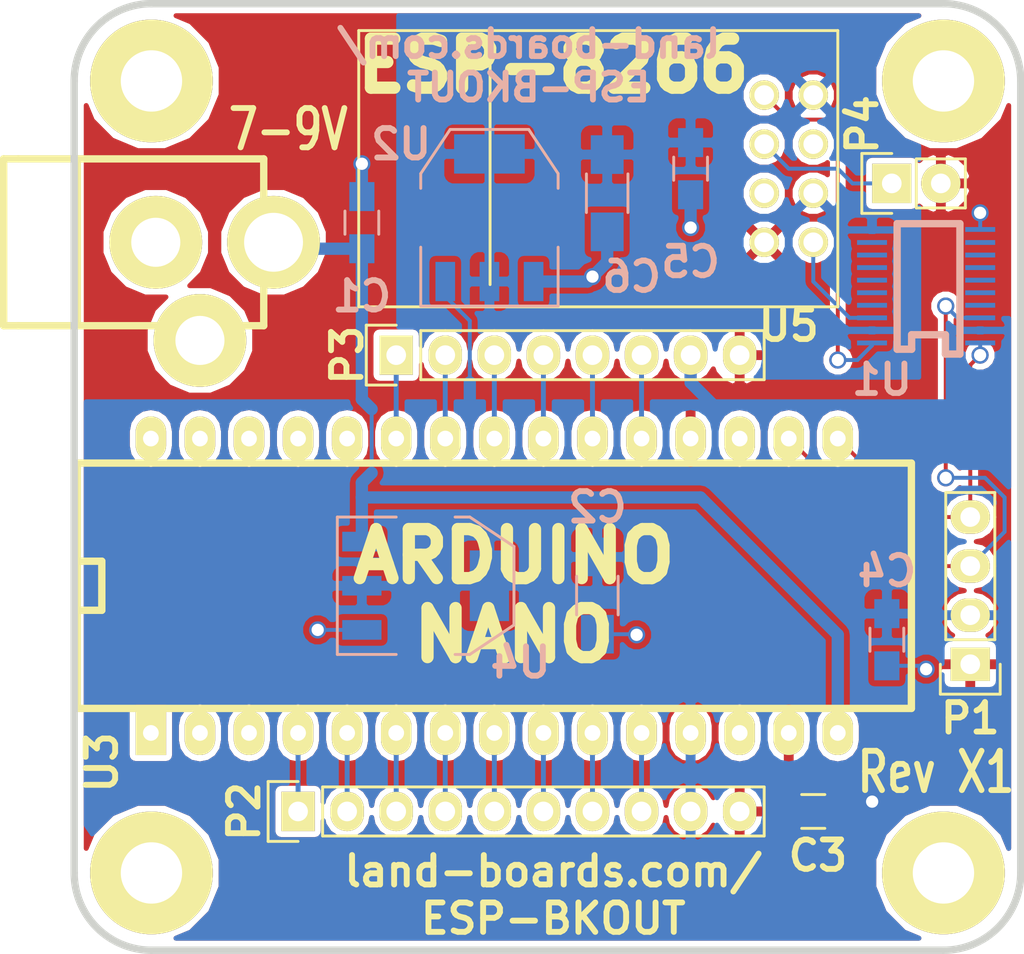
<source format=kicad_pcb>
(kicad_pcb (version 4) (host pcbnew "(after 2015-mar-04 BZR unknown)-product")

  (general
    (links 56)
    (no_connects 0)
    (area -6.382001 0.494801 63.611882 59.190501)
    (thickness 1.6002)
    (drawings 18)
    (tracks 91)
    (zones 0)
    (modules 20)
    (nets 24)
  )

  (page A)
  (title_block
    (date "28 mar 2015")
    (rev X1)
  )

  (layers
    (0 Front signal)
    (31 Back signal)
    (36 B.SilkS user)
    (37 F.SilkS user)
    (38 B.Mask user)
    (39 F.Mask user)
    (40 Dwgs.User user hide)
    (44 Edge.Cuts user)
  )

  (setup
    (last_trace_width 0.254)
    (user_trace_width 0.254)
    (user_trace_width 0.635)
    (trace_clearance 0.254)
    (zone_clearance 0.3048)
    (zone_45_only no)
    (trace_min 0.2032)
    (segment_width 0.381)
    (edge_width 0.381)
    (via_size 0.889)
    (via_drill 0.635)
    (via_min_size 0.889)
    (via_min_drill 0.508)
    (uvia_size 0.508)
    (uvia_drill 0.127)
    (uvias_allowed no)
    (uvia_min_size 0.508)
    (uvia_min_drill 0.127)
    (pcb_text_width 0.3048)
    (pcb_text_size 1.524 2.032)
    (mod_edge_width 0.381)
    (mod_text_size 1.524 1.524)
    (mod_text_width 0.3048)
    (pad_size 6.35 6.35)
    (pad_drill 3.175)
    (pad_to_mask_clearance 0.1524)
    (aux_axis_origin 0 0)
    (visible_elements 7FFFFF7F)
    (pcbplotparams
      (layerselection 0x010f0_80000001)
      (usegerberextensions true)
      (excludeedgelayer true)
      (linewidth 0.150000)
      (plotframeref false)
      (viasonmask false)
      (mode 1)
      (useauxorigin false)
      (hpglpennumber 1)
      (hpglpenspeed 20)
      (hpglpendiameter 15)
      (hpglpenoverlay 0)
      (psnegative false)
      (psa4output false)
      (plotreference true)
      (plotvalue false)
      (plotinvisibletext false)
      (padsonsilk false)
      (subtractmaskfromsilk false)
      (outputformat 1)
      (mirror false)
      (drillshape 0)
      (scaleselection 1)
      (outputdirectory plots/))
  )

  (net 0 "")
  (net 1 GND)
  (net 2 /TXD5V)
  (net 3 /RXD5V)
  (net 4 /RXD)
  (net 5 /TXD)
  (net 6 +5V)
  (net 7 +3V3)
  (net 8 +9V)
  (net 9 /A0)
  (net 10 /A1)
  (net 11 /A2)
  (net 12 /A3)
  (net 13 /SDA)
  (net 14 /SCL)
  (net 15 /A6)
  (net 16 /A7)
  (net 17 /D7)
  (net 18 /D6)
  (net 19 /D5)
  (net 20 /D4)
  (net 21 /D3)
  (net 22 /D2)
  (net 23 "Net-(P4-Pad1)")

  (net_class Default "This is the default net class."
    (clearance 0.254)
    (trace_width 0.2032)
    (via_dia 0.889)
    (via_drill 0.635)
    (uvia_dia 0.508)
    (uvia_drill 0.127)
    (add_net +3V3)
    (add_net +5V)
    (add_net +9V)
    (add_net /A0)
    (add_net /A1)
    (add_net /A2)
    (add_net /A3)
    (add_net /A6)
    (add_net /A7)
    (add_net /D2)
    (add_net /D3)
    (add_net /D4)
    (add_net /D5)
    (add_net /D6)
    (add_net /D7)
    (add_net /RXD)
    (add_net /RXD5V)
    (add_net /SCL)
    (add_net /SDA)
    (add_net /TXD)
    (add_net /TXD5V)
    (add_net GND)
    (add_net "Net-(P4-Pad1)")
  )

  (net_class POWER ""
    (clearance 0.254)
    (trace_width 0.635)
    (via_dia 0.889)
    (via_drill 0.635)
    (uvia_dia 0.508)
    (uvia_drill 0.127)
  )

  (module MTG-4-40 locked (layer Front) (tedit 50F036E3) (tstamp 51AF63A5)
    (at 14 55)
    (path /5030F2C2)
    (fp_text reference MTG3 (at -6.858 -0.635) (layer F.SilkS) hide
      (effects (font (thickness 0.3048)))
    )
    (fp_text value CONN_1 (at 0 -5.08) (layer F.SilkS) hide
      (effects (font (thickness 0.3048)))
    )
    (pad 1 thru_hole circle (at 0 0) (size 6.35 6.35) (drill 3.175) (layers *.Cu *.Mask F.SilkS))
  )

  (module MTG-4-40 locked (layer Front) (tedit 50F036E3) (tstamp 51AF63AA)
    (at 55 55)
    (path /5030F2C1)
    (fp_text reference MTG4 (at -6.858 -0.635) (layer F.SilkS) hide
      (effects (font (thickness 0.3048)))
    )
    (fp_text value CONN_1 (at 0 -5.08) (layer F.SilkS) hide
      (effects (font (thickness 0.3048)))
    )
    (pad 1 thru_hole circle (at 0 0) (size 6.35 6.35) (drill 3.175) (layers *.Cu *.Mask F.SilkS))
  )

  (module MTG-4-40 locked (layer Front) (tedit 50F036E3) (tstamp 51AF63AF)
    (at 55 14)
    (path /5030F2BD)
    (fp_text reference MTG2 (at -6.858 -0.635) (layer F.SilkS) hide
      (effects (font (thickness 0.3048)))
    )
    (fp_text value CONN_1 (at 0 -5.08) (layer F.SilkS) hide
      (effects (font (thickness 0.3048)))
    )
    (pad 1 thru_hole circle (at 0 0) (size 6.35 6.35) (drill 3.175) (layers *.Cu *.Mask F.SilkS))
  )

  (module MTG-4-40 locked (layer Front) (tedit 50F036E3) (tstamp 51AF63B4)
    (at 14 14)
    (path /5030F2A7)
    (fp_text reference MTG1 (at -6.858 -0.635) (layer F.SilkS) hide
      (effects (font (thickness 0.3048)))
    )
    (fp_text value CONN_1 (at 0 -5.08) (layer F.SilkS) hide
      (effects (font (thickness 0.3048)))
    )
    (pad 1 thru_hole circle (at 0 0) (size 6.35 6.35) (drill 3.175) (layers *.Cu *.Mask F.SilkS))
  )

  (module Resistors_SMD:R_0805_HandSoldering (layer Front) (tedit 55ACFF65) (tstamp 55AA74AC)
    (at 48.26 51.816 180)
    (descr "Resistor SMD 0805, hand soldering")
    (tags "resistor 0805")
    (path /5030E7F8)
    (attr smd)
    (fp_text reference C3 (at -0.24 -2.284 180) (layer F.SilkS)
      (effects (font (thickness 0.3048)))
    )
    (fp_text value 0.1uF (at 0 2.1 180) (layer F.SilkS) hide
      (effects (font (size 1 1) (thickness 0.15)))
    )
    (fp_line (start -2.4 -1) (end 2.4 -1) (layer F.CrtYd) (width 0.05))
    (fp_line (start -2.4 1) (end 2.4 1) (layer F.CrtYd) (width 0.05))
    (fp_line (start -2.4 -1) (end -2.4 1) (layer F.CrtYd) (width 0.05))
    (fp_line (start 2.4 -1) (end 2.4 1) (layer F.CrtYd) (width 0.05))
    (fp_line (start 0.6 0.875) (end -0.6 0.875) (layer F.SilkS) (width 0.15))
    (fp_line (start -0.6 -0.875) (end 0.6 -0.875) (layer F.SilkS) (width 0.15))
    (pad 1 smd rect (at -1.35 0 180) (size 1.5 1.3) (layers Front F.Mask)
      (net 6 +5V))
    (pad 2 smd rect (at 1.35 0 180) (size 1.5 1.3) (layers Front F.Mask)
      (net 1 GND))
    (model Resistors_SMD.3dshapes/R_0805_HandSoldering.wrl
      (at (xyz 0 0 0))
      (scale (xyz 1 1 1))
      (rotate (xyz 0 0 0))
    )
  )

  (module Resistors_SMD:R_0805_HandSoldering (layer Back) (tedit 55ABF3AE) (tstamp 55AA74B7)
    (at 41.91 18.542 270)
    (descr "Resistor SMD 0805, hand soldering")
    (tags "resistor 0805")
    (path /5030E7F2)
    (attr smd)
    (fp_text reference C5 (at 4.826 0 360) (layer B.SilkS)
      (effects (font (thickness 0.3048)) (justify mirror))
    )
    (fp_text value 0.1uF (at 0 -2.1 270) (layer B.SilkS) hide
      (effects (font (size 1 1) (thickness 0.15)) (justify mirror))
    )
    (fp_line (start -2.4 1) (end 2.4 1) (layer B.CrtYd) (width 0.05))
    (fp_line (start -2.4 -1) (end 2.4 -1) (layer B.CrtYd) (width 0.05))
    (fp_line (start -2.4 1) (end -2.4 -1) (layer B.CrtYd) (width 0.05))
    (fp_line (start 2.4 1) (end 2.4 -1) (layer B.CrtYd) (width 0.05))
    (fp_line (start 0.6 -0.875) (end -0.6 -0.875) (layer B.SilkS) (width 0.15))
    (fp_line (start -0.6 0.875) (end 0.6 0.875) (layer B.SilkS) (width 0.15))
    (pad 1 smd rect (at -1.35 0 270) (size 1.5 1.3) (layers Back B.Mask)
      (net 7 +3V3))
    (pad 2 smd rect (at 1.35 0 270) (size 1.5 1.3) (layers Back B.Mask)
      (net 1 GND))
    (model Resistors_SMD.3dshapes/R_0805_HandSoldering.wrl
      (at (xyz 0 0 0))
      (scale (xyz 1 1 1))
      (rotate (xyz 0 0 0))
    )
  )

  (module Resistors_SMD:R_1206_HandSoldering (layer Back) (tedit 55ABF89E) (tstamp 55AA74C2)
    (at 37.592 19.812 270)
    (descr "Resistor SMD 1206, hand soldering")
    (tags "resistor 1206")
    (path /5030E7EC)
    (attr smd)
    (fp_text reference C6 (at 4.318 -1.27 360) (layer B.SilkS)
      (effects (font (thickness 0.3048)) (justify mirror))
    )
    (fp_text value 10uF (at 0 -2.3 270) (layer B.SilkS) hide
      (effects (font (size 1 1) (thickness 0.15)) (justify mirror))
    )
    (fp_line (start -3.3 1.2) (end 3.3 1.2) (layer B.CrtYd) (width 0.05))
    (fp_line (start -3.3 -1.2) (end 3.3 -1.2) (layer B.CrtYd) (width 0.05))
    (fp_line (start -3.3 1.2) (end -3.3 -1.2) (layer B.CrtYd) (width 0.05))
    (fp_line (start 3.3 1.2) (end 3.3 -1.2) (layer B.CrtYd) (width 0.05))
    (fp_line (start 1 -1.075) (end -1 -1.075) (layer B.SilkS) (width 0.15))
    (fp_line (start -1 1.075) (end 1 1.075) (layer B.SilkS) (width 0.15))
    (pad 1 smd rect (at -2 0 270) (size 2 1.7) (layers Back B.Mask)
      (net 7 +3V3))
    (pad 2 smd rect (at 2 0 270) (size 2 1.7) (layers Back B.Mask)
      (net 1 GND))
    (model Resistors_SMD.3dshapes/R_1206_HandSoldering.wrl
      (at (xyz 0 0 0))
      (scale (xyz 1 1 1))
      (rotate (xyz 0 0 0))
    )
  )

  (module Pin_Headers:Pin_Header_Straight_1x04 (layer Front) (tedit 55ABF8B2) (tstamp 55AA74CD)
    (at 56.388 44.196 180)
    (descr "Through hole pin header")
    (tags "pin header")
    (path /55AA68F9)
    (fp_text reference P1 (at 0 -2.794 180) (layer F.SilkS)
      (effects (font (thickness 0.3048)))
    )
    (fp_text value CONN_01X04 (at 0 -3.1 180) (layer F.SilkS) hide
      (effects (font (size 1 1) (thickness 0.15)))
    )
    (fp_line (start -1.75 -1.75) (end -1.75 9.4) (layer F.CrtYd) (width 0.05))
    (fp_line (start 1.75 -1.75) (end 1.75 9.4) (layer F.CrtYd) (width 0.05))
    (fp_line (start -1.75 -1.75) (end 1.75 -1.75) (layer F.CrtYd) (width 0.05))
    (fp_line (start -1.75 9.4) (end 1.75 9.4) (layer F.CrtYd) (width 0.05))
    (fp_line (start -1.27 1.27) (end -1.27 8.89) (layer F.SilkS) (width 0.15))
    (fp_line (start 1.27 1.27) (end 1.27 8.89) (layer F.SilkS) (width 0.15))
    (fp_line (start 1.55 -1.55) (end 1.55 0) (layer F.SilkS) (width 0.15))
    (fp_line (start -1.27 8.89) (end 1.27 8.89) (layer F.SilkS) (width 0.15))
    (fp_line (start 1.27 1.27) (end -1.27 1.27) (layer F.SilkS) (width 0.15))
    (fp_line (start -1.55 0) (end -1.55 -1.55) (layer F.SilkS) (width 0.15))
    (fp_line (start -1.55 -1.55) (end 1.55 -1.55) (layer F.SilkS) (width 0.15))
    (pad 1 thru_hole rect (at 0 0 180) (size 2.032 1.7272) (drill 1.016) (layers *.Cu *.Mask F.SilkS)
      (net 1 GND))
    (pad 2 thru_hole oval (at 0 2.54 180) (size 2.032 1.7272) (drill 1.016) (layers *.Cu *.Mask F.SilkS)
      (net 6 +5V))
    (pad 3 thru_hole oval (at 0 5.08 180) (size 2.032 1.7272) (drill 1.016) (layers *.Cu *.Mask F.SilkS)
      (net 2 /TXD5V))
    (pad 4 thru_hole oval (at 0 7.62 180) (size 2.032 1.7272) (drill 1.016) (layers *.Cu *.Mask F.SilkS)
      (net 3 /RXD5V))
    (model Pin_Headers.3dshapes/Pin_Header_Straight_1x04.wrl
      (at (xyz 0 -0.15 0))
      (scale (xyz 1 1 1))
      (rotate (xyz 0 0 90))
    )
  )

  (module dougsLib:SOG20 (layer Back) (tedit 55ABDB56) (tstamp 55AA74F6)
    (at 54.102 24.638 90)
    (descr "Cms SOJ 20 pins large")
    (tags "CMS SOJ")
    (path /55AA8869)
    (attr smd)
    (fp_text reference U1 (at -4.826 -2.286 360) (layer B.SilkS)
      (effects (font (thickness 0.3048)) (justify mirror))
    )
    (fp_text value TXS0108 (at 0.254 5.08 90) (layer B.SilkS) hide
      (effects (font (size 1.524 1.27) (thickness 0.127)) (justify mirror))
    )
    (fp_line (start -3.5 1.75) (end 3.25 1.75) (layer B.SilkS) (width 0.381))
    (fp_line (start 3.25 1.75) (end 3.25 -1.5) (layer B.SilkS) (width 0.381))
    (fp_line (start 3.25 -1.5) (end -3.25 -1.5) (layer B.SilkS) (width 0.381))
    (fp_line (start -3.25 -1.5) (end -3.25 -0.75) (layer B.SilkS) (width 0.381))
    (fp_line (start -3.25 -0.75) (end -2.5 -0.75) (layer B.SilkS) (width 0.381))
    (fp_line (start -2.5 -0.75) (end -2.5 1) (layer B.SilkS) (width 0.381))
    (fp_line (start -2.5 1) (end -3.5 1) (layer B.SilkS) (width 0.381))
    (fp_line (start -3.5 1) (end -3.5 1.75) (layer B.SilkS) (width 0.381))
    (pad 11 smd rect (at 2.95 2.8 90) (size 0.25 1.55) (layers Back B.Mask)
      (net 1 GND))
    (pad 12 smd rect (at 2.275 2.8 90) (size 0.25 1.55) (layers Back B.Mask))
    (pad 13 smd rect (at 1.625 2.8 90) (size 0.25 1.55) (layers Back B.Mask))
    (pad 14 smd rect (at 0.975 2.8 90) (size 0.25 1.55) (layers Back B.Mask))
    (pad 15 smd rect (at 0.325 2.8 90) (size 0.25 1.55) (layers Back B.Mask))
    (pad 16 smd rect (at -0.325 2.8 90) (size 0.25 1.55) (layers Back B.Mask))
    (pad 17 smd rect (at -0.975 2.8 90) (size 0.25 1.55) (layers Back B.Mask))
    (pad 18 smd rect (at -1.625 2.8 90) (size 0.25 1.55) (layers Back B.Mask)
      (net 2 /TXD5V))
    (pad 19 smd rect (at -2.275 2.8 90) (size 0.25 1.55) (layers Back B.Mask)
      (net 6 +5V))
    (pad 20 smd rect (at -2.925 2.8 90) (size 0.25 1.55) (layers Back B.Mask)
      (net 3 /RXD5V))
    (pad 1 smd rect (at -2.925 -2.8 90) (size 0.25 1.55) (layers Back B.Mask)
      (net 4 /RXD))
    (pad 2 smd rect (at -2.275 -2.8 90) (size 0.25 1.55) (layers Back B.Mask)
      (net 7 +3V3))
    (pad 3 smd rect (at -1.625 -2.8 90) (size 0.25 1.55) (layers Back B.Mask)
      (net 5 /TXD))
    (pad 4 smd rect (at -0.975 -2.8 90) (size 0.25 1.55) (layers Back B.Mask))
    (pad 5 smd rect (at -0.325 -2.8 90) (size 0.25 1.55) (layers Back B.Mask))
    (pad 6 smd rect (at 0.325 -2.8 90) (size 0.25 1.55) (layers Back B.Mask))
    (pad 7 smd rect (at 0.975 -2.8 90) (size 0.25 1.55) (layers Back B.Mask))
    (pad 8 smd rect (at 1.625 -2.8 90) (size 0.25 1.55) (layers Back B.Mask))
    (pad 9 smd rect (at 2.275 -2.8 90) (size 0.25 1.55) (layers Back B.Mask))
    (pad 10 smd rect (at 2.925 -2.8 90) (size 0.25 1.55) (layers Back B.Mask)
      (net 7 +3V3))
    (model smd/cms_so20.wrl
      (at (xyz 0 0 0))
      (scale (xyz 0.5 0.6 0.5))
      (rotate (xyz 0 0 0))
    )
  )

  (module SMD_Packages:SOT-223 (layer Back) (tedit 55ABF898) (tstamp 55AA7515)
    (at 31.496 21.082 180)
    (descr "module CMS SOT223 4 pins")
    (tags "CMS SOT")
    (path /5030E794)
    (attr smd)
    (fp_text reference U2 (at 4.572 3.81 180) (layer B.SilkS)
      (effects (font (thickness 0.3048)) (justify mirror))
    )
    (fp_text value AP1117-3.3V (at 0 -0.762 180) (layer B.SilkS) hide
      (effects (font (size 1 1) (thickness 0.15)) (justify mirror))
    )
    (fp_line (start -3.556 -1.524) (end -3.556 -4.572) (layer B.SilkS) (width 0.15))
    (fp_line (start -3.556 -4.572) (end 3.556 -4.572) (layer B.SilkS) (width 0.15))
    (fp_line (start 3.556 -4.572) (end 3.556 -1.524) (layer B.SilkS) (width 0.15))
    (fp_line (start -3.556 1.524) (end -3.556 2.286) (layer B.SilkS) (width 0.15))
    (fp_line (start -3.556 2.286) (end -2.032 4.572) (layer B.SilkS) (width 0.15))
    (fp_line (start -2.032 4.572) (end 2.032 4.572) (layer B.SilkS) (width 0.15))
    (fp_line (start 2.032 4.572) (end 3.556 2.286) (layer B.SilkS) (width 0.15))
    (fp_line (start 3.556 2.286) (end 3.556 1.524) (layer B.SilkS) (width 0.15))
    (pad 4 smd rect (at 0 3.302 180) (size 3.6576 2.032) (layers Back B.Mask)
      (net 7 +3V3))
    (pad 2 smd rect (at 0 -3.302 180) (size 1.016 2.032) (layers Back B.Mask)
      (net 7 +3V3))
    (pad 3 smd rect (at 2.286 -3.302 180) (size 1.016 2.032) (layers Back B.Mask)
      (net 6 +5V))
    (pad 1 smd rect (at -2.286 -3.302 180) (size 1.016 2.032) (layers Back B.Mask)
      (net 1 GND))
    (model SMD_Packages.3dshapes/SOT-223.wrl
      (at (xyz 0 0 0))
      (scale (xyz 0.4 0.4 0.4))
      (rotate (xyz 0 0 0))
    )
  )

  (module arduino:arduino_mini (layer Front) (tedit 55ABCE10) (tstamp 55ABB877)
    (at 33.02 40.132)
    (descr "30 pins DIL package, elliptical pads, width 600mil (arduino mini)")
    (tags "DIL arduino mini")
    (path /55ABB26F)
    (fp_text reference U3 (at -21.59 9.144 90) (layer F.SilkS)
      (effects (font (thickness 0.3048)))
    )
    (fp_text value arduino_mini (at -0.635 3.175) (layer F.SilkS) hide
      (effects (font (size 1.778 1.778) (thickness 0.3048)))
    )
    (fp_line (start -22.86 -6.35) (end 20.32 -6.35) (layer F.SilkS) (width 0.381))
    (fp_line (start 20.32 -6.35) (end 20.32 6.35) (layer F.SilkS) (width 0.381))
    (fp_line (start 20.32 6.35) (end -22.86 6.35) (layer F.SilkS) (width 0.381))
    (fp_line (start -22.86 6.35) (end -22.86 -6.35) (layer F.SilkS) (width 0.381))
    (fp_line (start -22.86 1.27) (end -21.59 1.27) (layer F.SilkS) (width 0.381))
    (fp_line (start -21.59 1.27) (end -21.59 -1.27) (layer F.SilkS) (width 0.381))
    (fp_line (start -21.59 -1.27) (end -22.86 -1.27) (layer F.SilkS) (width 0.381))
    (pad 1 thru_hole rect (at -19.05 7.62) (size 1.5748 2.286) (drill 0.8128) (layers *.Cu *.Mask F.SilkS))
    (pad 2 thru_hole oval (at -16.51 7.62) (size 1.5748 2.286) (drill 0.8128) (layers *.Cu *.Mask F.SilkS))
    (pad 3 thru_hole oval (at -13.97 7.62) (size 1.5748 2.286) (drill 0.8128) (layers *.Cu *.Mask F.SilkS))
    (pad 4 thru_hole oval (at -11.43 7.62) (size 1.5748 2.286) (drill 0.8128) (layers *.Cu *.Mask F.SilkS)
      (net 9 /A0))
    (pad 5 thru_hole oval (at -8.89 7.62) (size 1.5748 2.286) (drill 0.8128) (layers *.Cu *.Mask F.SilkS)
      (net 10 /A1))
    (pad 6 thru_hole oval (at -6.35 7.62) (size 1.5748 2.286) (drill 0.8128) (layers *.Cu *.Mask F.SilkS)
      (net 11 /A2))
    (pad 7 thru_hole oval (at -3.81 7.62) (size 1.5748 2.286) (drill 0.8128) (layers *.Cu *.Mask F.SilkS)
      (net 12 /A3))
    (pad 8 thru_hole oval (at -1.27 7.62) (size 1.5748 2.286) (drill 0.8128) (layers *.Cu *.Mask F.SilkS)
      (net 13 /SDA))
    (pad 9 thru_hole oval (at 1.27 7.62) (size 1.5748 2.286) (drill 0.8128) (layers *.Cu *.Mask F.SilkS)
      (net 14 /SCL))
    (pad 10 thru_hole oval (at 3.81 7.62) (size 1.5748 2.286) (drill 0.8128) (layers *.Cu *.Mask F.SilkS)
      (net 15 /A6))
    (pad 11 thru_hole oval (at 6.35 7.62) (size 1.5748 2.286) (drill 0.8128) (layers *.Cu *.Mask F.SilkS)
      (net 16 /A7))
    (pad 12 thru_hole oval (at 8.89 7.62) (size 1.5748 2.286) (drill 0.8128) (layers *.Cu *.Mask F.SilkS)
      (net 6 +5V))
    (pad 13 thru_hole oval (at 11.43 7.62) (size 1.5748 2.286) (drill 0.8128) (layers *.Cu *.Mask F.SilkS))
    (pad 14 thru_hole oval (at 13.97 7.62) (size 1.5748 2.286) (drill 0.8128) (layers *.Cu *.Mask F.SilkS)
      (net 1 GND))
    (pad 15 thru_hole oval (at 16.51 7.62) (size 1.5748 2.286) (drill 0.8128) (layers *.Cu *.Mask F.SilkS)
      (net 8 +9V))
    (pad 16 thru_hole oval (at 16.51 -7.62) (size 1.5748 2.286) (drill 0.8128) (layers *.Cu *.Mask F.SilkS)
      (net 3 /RXD5V))
    (pad 17 thru_hole oval (at 13.97 -7.62) (size 1.5748 2.286) (drill 0.8128) (layers *.Cu *.Mask F.SilkS)
      (net 2 /TXD5V))
    (pad 18 thru_hole oval (at 11.43 -7.62) (size 1.5748 2.286) (drill 0.8128) (layers *.Cu *.Mask F.SilkS))
    (pad 19 thru_hole oval (at 8.89 -7.62) (size 1.5748 2.286) (drill 0.8128) (layers *.Cu *.Mask F.SilkS)
      (net 1 GND))
    (pad 20 thru_hole oval (at 6.35 -7.62) (size 1.5748 2.286) (drill 0.8128) (layers *.Cu *.Mask F.SilkS)
      (net 22 /D2))
    (pad 21 thru_hole oval (at 3.81 -7.62) (size 1.5748 2.286) (drill 0.8128) (layers *.Cu *.Mask F.SilkS)
      (net 21 /D3))
    (pad 22 thru_hole oval (at 1.27 -7.62) (size 1.5748 2.286) (drill 0.8128) (layers *.Cu *.Mask F.SilkS)
      (net 20 /D4))
    (pad 23 thru_hole oval (at -1.27 -7.62) (size 1.5748 2.286) (drill 0.8128) (layers *.Cu *.Mask F.SilkS)
      (net 19 /D5))
    (pad 24 thru_hole oval (at -3.81 -7.62) (size 1.5748 2.286) (drill 0.8128) (layers *.Cu *.Mask F.SilkS)
      (net 18 /D6))
    (pad 25 thru_hole oval (at -6.35 -7.62) (size 1.5748 2.286) (drill 0.8128) (layers *.Cu *.Mask F.SilkS)
      (net 17 /D7))
    (pad 26 thru_hole oval (at -8.89 -7.62) (size 1.5748 2.286) (drill 0.8128) (layers *.Cu *.Mask F.SilkS))
    (pad 27 thru_hole oval (at -11.43 -7.62) (size 1.5748 2.286) (drill 0.8128) (layers *.Cu *.Mask F.SilkS))
    (pad 28 thru_hole oval (at -13.97 -7.62) (size 1.5748 2.286) (drill 0.8128) (layers *.Cu *.Mask F.SilkS))
    (pad 29 thru_hole oval (at -16.51 -7.62) (size 1.5748 2.286) (drill 0.8128) (layers *.Cu *.Mask F.SilkS))
    (pad 30 thru_hole oval (at -19.05 -7.62) (size 1.5748 2.286) (drill 0.8128) (layers *.Cu *.Mask F.SilkS))
  )

  (module Resistors_SMD:R_0805_HandSoldering (layer Back) (tedit 55ABF3CF) (tstamp 55ABBFBA)
    (at 24.892 21.336 90)
    (descr "Resistor SMD 0805, hand soldering")
    (tags "resistor 0805")
    (path /55ABBC4E)
    (attr smd)
    (fp_text reference C1 (at -3.81 0 180) (layer B.SilkS)
      (effects (font (thickness 0.3048)) (justify mirror))
    )
    (fp_text value 0.1uF (at 0 -2.1 90) (layer B.SilkS) hide
      (effects (font (size 1 1) (thickness 0.15)) (justify mirror))
    )
    (fp_line (start -2.4 1) (end 2.4 1) (layer B.CrtYd) (width 0.05))
    (fp_line (start -2.4 -1) (end 2.4 -1) (layer B.CrtYd) (width 0.05))
    (fp_line (start -2.4 1) (end -2.4 -1) (layer B.CrtYd) (width 0.05))
    (fp_line (start 2.4 1) (end 2.4 -1) (layer B.CrtYd) (width 0.05))
    (fp_line (start 0.6 -0.875) (end -0.6 -0.875) (layer B.SilkS) (width 0.15))
    (fp_line (start -0.6 0.875) (end 0.6 0.875) (layer B.SilkS) (width 0.15))
    (pad 1 smd rect (at -1.35 0 90) (size 1.5 1.3) (layers Back B.Mask)
      (net 8 +9V))
    (pad 2 smd rect (at 1.35 0 90) (size 1.5 1.3) (layers Back B.Mask)
      (net 1 GND))
    (model Resistors_SMD.3dshapes/R_0805_HandSoldering.wrl
      (at (xyz 0 0 0))
      (scale (xyz 1 1 1))
      (rotate (xyz 0 0 0))
    )
  )

  (module Resistors_SMD:R_1206_HandSoldering (layer Back) (tedit 55ABF8CF) (tstamp 55ABBFC6)
    (at 37.084 40.64 270)
    (descr "Resistor SMD 1206, hand soldering")
    (tags "resistor 1206")
    (path /55ABBC5A)
    (attr smd)
    (fp_text reference C2 (at -4.572 0 540) (layer B.SilkS)
      (effects (font (thickness 0.3048)) (justify mirror))
    )
    (fp_text value 10uF (at 0 -2.3 270) (layer B.SilkS) hide
      (effects (font (size 1 1) (thickness 0.15)) (justify mirror))
    )
    (fp_line (start -3.3 1.2) (end 3.3 1.2) (layer B.CrtYd) (width 0.05))
    (fp_line (start -3.3 -1.2) (end 3.3 -1.2) (layer B.CrtYd) (width 0.05))
    (fp_line (start -3.3 1.2) (end -3.3 -1.2) (layer B.CrtYd) (width 0.05))
    (fp_line (start 3.3 1.2) (end 3.3 -1.2) (layer B.CrtYd) (width 0.05))
    (fp_line (start 1 -1.075) (end -1 -1.075) (layer B.SilkS) (width 0.15))
    (fp_line (start -1 1.075) (end 1 1.075) (layer B.SilkS) (width 0.15))
    (pad 1 smd rect (at -2 0 270) (size 2 1.7) (layers Back B.Mask)
      (net 6 +5V))
    (pad 2 smd rect (at 2 0 270) (size 2 1.7) (layers Back B.Mask)
      (net 1 GND))
    (model Resistors_SMD.3dshapes/R_1206_HandSoldering.wrl
      (at (xyz 0 0 0))
      (scale (xyz 1 1 1))
      (rotate (xyz 0 0 0))
    )
  )

  (module Resistors_SMD:R_0805_HandSoldering (layer Back) (tedit 55ABF8C7) (tstamp 55ABBFD2)
    (at 52.07 42.926 270)
    (descr "Resistor SMD 0805, hand soldering")
    (tags "resistor 0805")
    (path /55ABBC54)
    (attr smd)
    (fp_text reference C4 (at -3.556 0 540) (layer B.SilkS)
      (effects (font (thickness 0.3048)) (justify mirror))
    )
    (fp_text value 0.1uF (at 0 -2.1 270) (layer B.SilkS) hide
      (effects (font (size 1 1) (thickness 0.15)) (justify mirror))
    )
    (fp_line (start -2.4 1) (end 2.4 1) (layer B.CrtYd) (width 0.05))
    (fp_line (start -2.4 -1) (end 2.4 -1) (layer B.CrtYd) (width 0.05))
    (fp_line (start -2.4 1) (end -2.4 -1) (layer B.CrtYd) (width 0.05))
    (fp_line (start 2.4 1) (end 2.4 -1) (layer B.CrtYd) (width 0.05))
    (fp_line (start 0.6 -0.875) (end -0.6 -0.875) (layer B.SilkS) (width 0.15))
    (fp_line (start -0.6 0.875) (end 0.6 0.875) (layer B.SilkS) (width 0.15))
    (pad 1 smd rect (at -1.35 0 270) (size 1.5 1.3) (layers Back B.Mask)
      (net 6 +5V))
    (pad 2 smd rect (at 1.35 0 270) (size 1.5 1.3) (layers Back B.Mask)
      (net 1 GND))
    (model Resistors_SMD.3dshapes/R_0805_HandSoldering.wrl
      (at (xyz 0 0 0))
      (scale (xyz 1 1 1))
      (rotate (xyz 0 0 0))
    )
  )

  (module SMD_Packages:SOT-223 (layer Back) (tedit 55AD097B) (tstamp 55ABBFE2)
    (at 28.194 40.132 90)
    (descr "module CMS SOT223 4 pins")
    (tags "CMS SOT")
    (path /55ABBC60)
    (attr smd)
    (fp_text reference U4 (at -3.968 4.906 360) (layer B.SilkS)
      (effects (font (thickness 0.3048)) (justify mirror))
    )
    (fp_text value AZ1117-5.0V (at 0 -0.762 90) (layer B.SilkS) hide
      (effects (font (size 1 1) (thickness 0.15)) (justify mirror))
    )
    (fp_line (start -3.556 -1.524) (end -3.556 -4.572) (layer B.SilkS) (width 0.15))
    (fp_line (start -3.556 -4.572) (end 3.556 -4.572) (layer B.SilkS) (width 0.15))
    (fp_line (start 3.556 -4.572) (end 3.556 -1.524) (layer B.SilkS) (width 0.15))
    (fp_line (start -3.556 1.524) (end -3.556 2.286) (layer B.SilkS) (width 0.15))
    (fp_line (start -3.556 2.286) (end -2.032 4.572) (layer B.SilkS) (width 0.15))
    (fp_line (start -2.032 4.572) (end 2.032 4.572) (layer B.SilkS) (width 0.15))
    (fp_line (start 2.032 4.572) (end 3.556 2.286) (layer B.SilkS) (width 0.15))
    (fp_line (start 3.556 2.286) (end 3.556 1.524) (layer B.SilkS) (width 0.15))
    (pad 4 smd rect (at 0 3.302 90) (size 3.6576 2.032) (layers Back B.Mask)
      (net 6 +5V))
    (pad 2 smd rect (at 0 -3.302 90) (size 1.016 2.032) (layers Back B.Mask)
      (net 6 +5V))
    (pad 3 smd rect (at 2.286 -3.302 90) (size 1.016 2.032) (layers Back B.Mask)
      (net 8 +9V))
    (pad 1 smd rect (at -2.286 -3.302 90) (size 1.016 2.032) (layers Back B.Mask)
      (net 1 GND))
    (model SMD_Packages.3dshapes/SOT-223.wrl
      (at (xyz 0 0 0))
      (scale (xyz 0.4 0.4 0.4))
      (rotate (xyz 0 0 0))
    )
  )

  (module dougsLib:JACK_2.1MM (layer Front) (tedit 500C5ED7) (tstamp 55ABCE2E)
    (at 14.224 22.352)
    (descr "DC Pwr, 2.1mm Jack")
    (tags "DC Power jack, 2.1mm")
    (path /55ABBEC2)
    (fp_text reference J1 (at -0.0508 -6.05028) (layer F.SilkS) hide
      (effects (font (thickness 0.3048)))
    )
    (fp_text value DCJ0202 (at -5.588 0.254 90) (layer F.SilkS) hide
      (effects (font (size 1.016 1.016) (thickness 0.254)))
    )
    (fp_line (start -7.112 -4.318) (end -7.874 -4.318) (layer F.SilkS) (width 0.381))
    (fp_line (start -7.874 -4.318) (end -7.874 4.318) (layer F.SilkS) (width 0.381))
    (fp_line (start -7.874 4.318) (end -7.112 4.318) (layer F.SilkS) (width 0.381))
    (fp_line (start -4.064 -4.318) (end -4.064 4.318) (layer F.SilkS) (width 0.381))
    (fp_line (start 5.588 -4.318) (end 5.588 4.318) (layer F.SilkS) (width 0.381))
    (fp_line (start -7.112 4.318) (end 5.588 4.318) (layer F.SilkS) (width 0.381))
    (fp_line (start -7.112 -4.318) (end 5.588 -4.318) (layer F.SilkS) (width 0.381))
    (pad 2 thru_hole circle (at 0 0) (size 4.8006 4.8006) (drill 2.54) (layers *.Cu *.Mask F.SilkS))
    (pad 1 thru_hole circle (at 6.096 0) (size 4.8006 4.8006) (drill 3.048) (layers *.Cu *.Mask F.SilkS)
      (net 8 +9V))
    (pad 3 thru_hole circle (at 2.286 5.08) (size 4.8006 4.8006) (drill 2.54) (layers *.Cu *.Mask F.SilkS))
    (model connectors/POWER_21.wrl
      (at (xyz 0 0 0))
      (scale (xyz 0.8 0.8 0.8))
      (rotate (xyz 0 0 0))
    )
  )

  (module DougsNewMods:ESP8266-ESP-01 (layer Front) (tedit 55ABF141) (tstamp 55ABC9FE)
    (at 49.53 18.542 90)
    (descr "ESP8266 ESP-01 wifi module -- Phillip Pearson")
    (path /55ABE02A)
    (fp_text reference U5 (at -8.128 -2.54 360) (layer F.SilkS)
      (effects (font (thickness 0.3048)))
    )
    (fp_text value ESP8266-ESP-01 (at 0 -10 90) (layer F.SilkS) hide
      (effects (font (size 1 1) (thickness 0.15)))
    )
    (fp_line (start -6 -18) (end 6 -18) (layer F.SilkS) (width 0.15))
    (fp_line (start -7.15 0) (end -7.15 -24.8) (layer F.SilkS) (width 0.15))
    (fp_line (start -7.15 -24.8) (end 7.15 -24.8) (layer F.SilkS) (width 0.15))
    (fp_line (start 7.15 -24.8) (end 7.15 0) (layer F.SilkS) (width 0.15))
    (fp_line (start 7.15 0) (end -7.15 0) (layer F.SilkS) (width 0.15))
    (pad 1 thru_hole circle (at -3.81 -1.27 90) (size 1.524 1.524) (drill 1.016) (layers *.Cu *.Mask F.SilkS)
      (net 5 /TXD))
    (pad 2 thru_hole circle (at -3.81 -3.81 90) (size 1.524 1.524) (drill 1.016) (layers *.Cu *.Mask F.SilkS)
      (net 1 GND))
    (pad 3 thru_hole circle (at -1.27 -1.27 90) (size 1.524 1.524) (drill 1.016) (layers *.Cu *.Mask F.SilkS)
      (net 7 +3V3))
    (pad 4 thru_hole circle (at -1.27 -3.81 90) (size 1.524 1.524) (drill 1.016) (layers *.Cu *.Mask F.SilkS))
    (pad 5 thru_hole circle (at 1.27 -1.27 90) (size 1.524 1.524) (drill 1.016) (layers *.Cu *.Mask F.SilkS))
    (pad 6 thru_hole circle (at 1.27 -3.81 90) (size 1.524 1.524) (drill 1.016) (layers *.Cu *.Mask F.SilkS)
      (net 23 "Net-(P4-Pad1)"))
    (pad 7 thru_hole circle (at 3.81 -1.27 90) (size 1.524 1.524) (drill 1.016) (layers *.Cu *.Mask F.SilkS)
      (net 7 +3V3))
    (pad 8 thru_hole circle (at 3.81 -3.81 90) (size 1.524 1.524) (drill 1.016) (layers *.Cu *.Mask F.SilkS)
      (net 4 /RXD))
  )

  (module Pin_Headers:Pin_Header_Straight_1x10 (layer Front) (tedit 55ABF8DE) (tstamp 55ABD02F)
    (at 21.59 51.816 90)
    (descr "Through hole pin header")
    (tags "pin header")
    (path /55ABEB26)
    (fp_text reference P2 (at 0 -2.794 90) (layer F.SilkS)
      (effects (font (thickness 0.3048)))
    )
    (fp_text value CONN_01X10 (at 0 -3.1 90) (layer F.SilkS) hide
      (effects (font (size 1 1) (thickness 0.15)))
    )
    (fp_line (start -1.75 -1.75) (end -1.75 24.65) (layer F.CrtYd) (width 0.05))
    (fp_line (start 1.75 -1.75) (end 1.75 24.65) (layer F.CrtYd) (width 0.05))
    (fp_line (start -1.75 -1.75) (end 1.75 -1.75) (layer F.CrtYd) (width 0.05))
    (fp_line (start -1.75 24.65) (end 1.75 24.65) (layer F.CrtYd) (width 0.05))
    (fp_line (start 1.27 1.27) (end 1.27 24.13) (layer F.SilkS) (width 0.15))
    (fp_line (start 1.27 24.13) (end -1.27 24.13) (layer F.SilkS) (width 0.15))
    (fp_line (start -1.27 24.13) (end -1.27 1.27) (layer F.SilkS) (width 0.15))
    (fp_line (start 1.55 -1.55) (end 1.55 0) (layer F.SilkS) (width 0.15))
    (fp_line (start 1.27 1.27) (end -1.27 1.27) (layer F.SilkS) (width 0.15))
    (fp_line (start -1.55 0) (end -1.55 -1.55) (layer F.SilkS) (width 0.15))
    (fp_line (start -1.55 -1.55) (end 1.55 -1.55) (layer F.SilkS) (width 0.15))
    (pad 1 thru_hole rect (at 0 0 90) (size 2.032 1.7272) (drill 1.016) (layers *.Cu *.Mask F.SilkS)
      (net 9 /A0))
    (pad 2 thru_hole oval (at 0 2.54 90) (size 2.032 1.7272) (drill 1.016) (layers *.Cu *.Mask F.SilkS)
      (net 10 /A1))
    (pad 3 thru_hole oval (at 0 5.08 90) (size 2.032 1.7272) (drill 1.016) (layers *.Cu *.Mask F.SilkS)
      (net 11 /A2))
    (pad 4 thru_hole oval (at 0 7.62 90) (size 2.032 1.7272) (drill 1.016) (layers *.Cu *.Mask F.SilkS)
      (net 12 /A3))
    (pad 5 thru_hole oval (at 0 10.16 90) (size 2.032 1.7272) (drill 1.016) (layers *.Cu *.Mask F.SilkS)
      (net 13 /SDA))
    (pad 6 thru_hole oval (at 0 12.7 90) (size 2.032 1.7272) (drill 1.016) (layers *.Cu *.Mask F.SilkS)
      (net 14 /SCL))
    (pad 7 thru_hole oval (at 0 15.24 90) (size 2.032 1.7272) (drill 1.016) (layers *.Cu *.Mask F.SilkS)
      (net 15 /A6))
    (pad 8 thru_hole oval (at 0 17.78 90) (size 2.032 1.7272) (drill 1.016) (layers *.Cu *.Mask F.SilkS)
      (net 16 /A7))
    (pad 9 thru_hole oval (at 0 20.32 90) (size 2.032 1.7272) (drill 1.016) (layers *.Cu *.Mask F.SilkS)
      (net 6 +5V))
    (pad 10 thru_hole oval (at 0 22.86 90) (size 2.032 1.7272) (drill 1.016) (layers *.Cu *.Mask F.SilkS)
      (net 1 GND))
    (model Pin_Headers.3dshapes/Pin_Header_Straight_1x10.wrl
      (at (xyz 0 -0.45 0))
      (scale (xyz 1 1 1))
      (rotate (xyz 0 0 90))
    )
  )

  (module Pin_Headers:Pin_Header_Straight_1x08 (layer Front) (tedit 55ABF880) (tstamp 55ABF742)
    (at 26.67 28.194 90)
    (descr "Through hole pin header")
    (tags "pin header")
    (path /55AC64F1)
    (fp_text reference P3 (at 0 -2.54 90) (layer F.SilkS)
      (effects (font (thickness 0.3048)))
    )
    (fp_text value CONN_01X08 (at 0 -3.1 90) (layer F.SilkS) hide
      (effects (font (size 1 1) (thickness 0.15)))
    )
    (fp_line (start -1.75 -1.75) (end -1.75 19.55) (layer F.CrtYd) (width 0.05))
    (fp_line (start 1.75 -1.75) (end 1.75 19.55) (layer F.CrtYd) (width 0.05))
    (fp_line (start -1.75 -1.75) (end 1.75 -1.75) (layer F.CrtYd) (width 0.05))
    (fp_line (start -1.75 19.55) (end 1.75 19.55) (layer F.CrtYd) (width 0.05))
    (fp_line (start 1.27 1.27) (end 1.27 19.05) (layer F.SilkS) (width 0.15))
    (fp_line (start 1.27 19.05) (end -1.27 19.05) (layer F.SilkS) (width 0.15))
    (fp_line (start -1.27 19.05) (end -1.27 1.27) (layer F.SilkS) (width 0.15))
    (fp_line (start 1.55 -1.55) (end 1.55 0) (layer F.SilkS) (width 0.15))
    (fp_line (start 1.27 1.27) (end -1.27 1.27) (layer F.SilkS) (width 0.15))
    (fp_line (start -1.55 0) (end -1.55 -1.55) (layer F.SilkS) (width 0.15))
    (fp_line (start -1.55 -1.55) (end 1.55 -1.55) (layer F.SilkS) (width 0.15))
    (pad 1 thru_hole rect (at 0 0 90) (size 2.032 1.7272) (drill 1.016) (layers *.Cu *.Mask F.SilkS)
      (net 17 /D7))
    (pad 2 thru_hole oval (at 0 2.54 90) (size 2.032 1.7272) (drill 1.016) (layers *.Cu *.Mask F.SilkS)
      (net 18 /D6))
    (pad 3 thru_hole oval (at 0 5.08 90) (size 2.032 1.7272) (drill 1.016) (layers *.Cu *.Mask F.SilkS)
      (net 19 /D5))
    (pad 4 thru_hole oval (at 0 7.62 90) (size 2.032 1.7272) (drill 1.016) (layers *.Cu *.Mask F.SilkS)
      (net 20 /D4))
    (pad 5 thru_hole oval (at 0 10.16 90) (size 2.032 1.7272) (drill 1.016) (layers *.Cu *.Mask F.SilkS)
      (net 21 /D3))
    (pad 6 thru_hole oval (at 0 12.7 90) (size 2.032 1.7272) (drill 1.016) (layers *.Cu *.Mask F.SilkS)
      (net 22 /D2))
    (pad 7 thru_hole oval (at 0 15.24 90) (size 2.032 1.7272) (drill 1.016) (layers *.Cu *.Mask F.SilkS)
      (net 6 +5V))
    (pad 8 thru_hole oval (at 0 17.78 90) (size 2.032 1.7272) (drill 1.016) (layers *.Cu *.Mask F.SilkS)
      (net 1 GND))
    (model Pin_Headers.3dshapes/Pin_Header_Straight_1x08.wrl
      (at (xyz 0 -0.35 0))
      (scale (xyz 1 1 1))
      (rotate (xyz 0 0 90))
    )
  )

  (module Pin_Headers:Pin_Header_Straight_1x02 (layer Front) (tedit 55B2A830) (tstamp 55B2A802)
    (at 52.324 19.304 90)
    (descr "Through hole pin header")
    (tags "pin header")
    (path /55B2AF30)
    (fp_text reference P4 (at 3.048 -1.524 90) (layer F.SilkS)
      (effects (font (thickness 0.3048)))
    )
    (fp_text value CONN_01X02 (at 0 -3.1 90) (layer F.SilkS) hide
      (effects (font (size 1 1) (thickness 0.15)))
    )
    (fp_line (start 1.27 1.27) (end 1.27 3.81) (layer F.SilkS) (width 0.15))
    (fp_line (start 1.55 -1.55) (end 1.55 0) (layer F.SilkS) (width 0.15))
    (fp_line (start -1.75 -1.75) (end -1.75 4.3) (layer F.CrtYd) (width 0.05))
    (fp_line (start 1.75 -1.75) (end 1.75 4.3) (layer F.CrtYd) (width 0.05))
    (fp_line (start -1.75 -1.75) (end 1.75 -1.75) (layer F.CrtYd) (width 0.05))
    (fp_line (start -1.75 4.3) (end 1.75 4.3) (layer F.CrtYd) (width 0.05))
    (fp_line (start 1.27 1.27) (end -1.27 1.27) (layer F.SilkS) (width 0.15))
    (fp_line (start -1.55 0) (end -1.55 -1.55) (layer F.SilkS) (width 0.15))
    (fp_line (start -1.55 -1.55) (end 1.55 -1.55) (layer F.SilkS) (width 0.15))
    (fp_line (start -1.27 1.27) (end -1.27 3.81) (layer F.SilkS) (width 0.15))
    (fp_line (start -1.27 3.81) (end 1.27 3.81) (layer F.SilkS) (width 0.15))
    (pad 1 thru_hole rect (at 0 0 90) (size 2.032 2.032) (drill 1.016) (layers *.Cu *.Mask F.SilkS)
      (net 23 "Net-(P4-Pad1)"))
    (pad 2 thru_hole oval (at 0 2.54 90) (size 2.032 2.032) (drill 1.016) (layers *.Cu *.Mask F.SilkS)
      (net 1 GND))
    (model Pin_Headers.3dshapes/Pin_Header_Straight_1x02.wrl
      (at (xyz 0 -0.05 0))
      (scale (xyz 1 1 1))
      (rotate (xyz 0 0 90))
    )
  )

  (gr_text "ARDUINO\nNANO" (at 32.766 40.64) (layer F.SilkS)
    (effects (font (size 2.54 2.54) (thickness 0.635)))
  )
  (gr_text ESP-8266 (at 34.798 13.208) (layer F.SilkS)
    (effects (font (size 2.54 2.54) (thickness 0.635)))
  )
  (gr_text 7-9V (at 21.082 16.51) (layer F.SilkS)
    (effects (font (size 2.032 1.524) (thickness 0.3048)))
  )
  (gr_text "Rev X1" (at 54.61 49.784) (layer F.SilkS)
    (effects (font (size 2.032 1.524) (thickness 0.3048)))
  )
  (dimension 49 (width 0.3048) (layer Dwgs.User)
    (gr_text "49.000 mm" (at 0.3744 34.5 90) (layer Dwgs.User)
      (effects (font (size 2.032 1.524) (thickness 0.3048)))
    )
    (feature1 (pts (xy 14 10) (xy -1.2512 10)))
    (feature2 (pts (xy 14 59) (xy -1.2512 59)))
    (crossbar (pts (xy 2 59) (xy 2 10)))
    (arrow1a (pts (xy 2 10) (xy 2.58642 11.126503)))
    (arrow1b (pts (xy 2 10) (xy 1.41358 11.126503)))
    (arrow2a (pts (xy 2 59) (xy 2.58642 57.873497)))
    (arrow2b (pts (xy 2 59) (xy 1.41358 57.873497)))
  )
  (dimension 49 (width 0.3048) (layer Dwgs.User)
    (gr_text "49.000 mm" (at 34.5 2.374401) (layer Dwgs.User)
      (effects (font (size 2.032 1.524) (thickness 0.3048)))
    )
    (feature1 (pts (xy 10 14) (xy 10 0.748801)))
    (feature2 (pts (xy 59 14) (xy 59 0.748801)))
    (crossbar (pts (xy 59 4.000001) (xy 10 4.000001)))
    (arrow1a (pts (xy 10 4.000001) (xy 11.126503 3.413581)))
    (arrow1b (pts (xy 10 4.000001) (xy 11.126503 4.586421)))
    (arrow2a (pts (xy 59 4.000001) (xy 57.873497 3.413581)))
    (arrow2b (pts (xy 59 4.000001) (xy 57.873497 4.586421)))
  )
  (dimension 41 (width 0.3048) (layer Dwgs.User)
    (gr_text "41.000 mm" (at 34.5 6.374401) (layer Dwgs.User)
      (effects (font (size 2.032 1.524) (thickness 0.3048)))
    )
    (feature1 (pts (xy 55 14) (xy 55 4.748801)))
    (feature2 (pts (xy 14 14) (xy 14 4.748801)))
    (crossbar (pts (xy 14 8.000001) (xy 55 8.000001)))
    (arrow1a (pts (xy 55 8.000001) (xy 53.873497 8.586421)))
    (arrow1b (pts (xy 55 8.000001) (xy 53.873497 7.413581)))
    (arrow2a (pts (xy 14 8.000001) (xy 15.126503 8.586421)))
    (arrow2b (pts (xy 14 8.000001) (xy 15.126503 7.413581)))
  )
  (dimension 41 (width 0.3048) (layer Dwgs.User)
    (gr_text "41.000 mm" (at 6.3744 34.5 90) (layer Dwgs.User)
      (effects (font (size 2.032 1.524) (thickness 0.3048)))
    )
    (feature1 (pts (xy 14 14) (xy 4.7488 14)))
    (feature2 (pts (xy 14 55) (xy 4.7488 55)))
    (crossbar (pts (xy 8 55) (xy 8 14)))
    (arrow1a (pts (xy 8 14) (xy 8.58642 15.126503)))
    (arrow1b (pts (xy 8 14) (xy 7.41358 15.126503)))
    (arrow2a (pts (xy 8 55) (xy 8.58642 53.873497)))
    (arrow2b (pts (xy 8 55) (xy 7.41358 53.873497)))
  )
  (gr_text "land-boards.com/\nESP-BKOUT" (at 33.528 13.208) (layer B.SilkS)
    (effects (font (size 1.397 1.397) (thickness 0.3048)) (justify mirror))
  )
  (gr_text "land-boards.com/\nESP-BKOUT" (at 34.798 56.134) (layer F.SilkS)
    (effects (font (thickness 0.3048)))
  )
  (gr_line (start 10 55) (end 10 14) (angle 90) (layer Edge.Cuts) (width 0.381))
  (gr_line (start 55 59) (end 14 59) (angle 90) (layer Edge.Cuts) (width 0.381))
  (gr_line (start 59 14) (end 59 55) (angle 90) (layer Edge.Cuts) (width 0.381))
  (gr_line (start 14 10) (end 55 10) (angle 90) (layer Edge.Cuts) (width 0.381))
  (gr_arc (start 55 55) (end 59 55) (angle 90) (layer Edge.Cuts) (width 0.381))
  (gr_arc (start 55 14) (end 55 10) (angle 90) (layer Edge.Cuts) (width 0.381))
  (gr_arc (start 14 14) (end 10 14) (angle 90) (layer Edge.Cuts) (width 0.381))
  (gr_arc (start 14 55) (end 14 59) (angle 90) (layer Edge.Cuts) (width 0.381))

  (segment (start 56.902 21.688) (end 56.902 20.834) (width 0.2032) (layer Back) (net 1) (status 10))
  (via (at 56.896 20.828) (size 0.889) (layers Front Back) (net 1))
  (segment (start 56.902 20.834) (end 56.896 20.828) (width 0.2032) (layer Back) (net 1) (tstamp 55ABDB17))
  (segment (start 41.91 19.892) (end 41.91 21.59) (width 0.635) (layer Back) (net 1) (status 10))
  (via (at 41.91 21.59) (size 0.889) (layers Front Back) (net 1))
  (segment (start 37.592 21.812) (end 37.592 23.368) (width 0.635) (layer Back) (net 1) (status 10))
  (segment (start 36.576 24.384) (end 36.83 24.13) (width 0.635) (layer Back) (net 1) (tstamp 55ABDAF4))
  (via (at 36.83 24.13) (size 0.889) (layers Front Back) (net 1))
  (segment (start 36.576 24.384) (end 33.782 24.384) (width 0.635) (layer Back) (net 1) (status 20))
  (segment (start 37.592 23.368) (end 36.83 24.13) (width 0.635) (layer Back) (net 1) (tstamp 55ABDAFE))
  (segment (start 24.892 19.986) (end 24.892 18.288) (width 0.635) (layer Back) (net 1) (status 10))
  (via (at 24.892 18.288) (size 0.889) (layers Front Back) (net 1))
  (via (at 22.606 42.418) (size 0.889) (layers Front Back) (net 1))
  (segment (start 24.892 42.418) (end 22.606 42.418) (width 0.2032) (layer Back) (net 1) (status 10))
  (segment (start 39.084 42.64) (end 39.116 42.672) (width 0.2032) (layer Back) (net 1) (tstamp 55ABECED))
  (via (at 39.116 42.672) (size 0.889) (layers Front Back) (net 1))
  (segment (start 37.084 42.64) (end 39.084 42.64) (width 0.2032) (layer Back) (net 1) (status 10))
  (segment (start 53.928 44.276) (end 54.102 44.45) (width 0.2032) (layer Back) (net 1) (tstamp 55ABED1F))
  (via (at 54.102 44.45) (size 0.889) (layers Front Back) (net 1))
  (segment (start 52.07 44.276) (end 53.928 44.276) (width 0.2032) (layer Back) (net 1) (status 10))
  (segment (start 53.594 39.116) (end 46.99 32.512) (width 0.2032) (layer Front) (net 2) (tstamp 55ABEE63) (status 20))
  (segment (start 56.388 39.116) (end 53.594 39.116) (width 0.2032) (layer Front) (net 2) (status 10))
  (segment (start 58.166 37.338) (end 56.388 39.116) (width 0.2032) (layer Back) (net 2) (tstamp 55ABEE29) (status 20))
  (segment (start 58.166 35.56) (end 58.166 37.338) (width 0.2032) (layer Back) (net 2) (tstamp 55ABF057))
  (segment (start 55.727 26.263) (end 55.118 25.654) (width 0.2032) (layer Back) (net 2) (tstamp 55ABF071))
  (via (at 55.118 25.654) (size 0.889) (layers Front Back) (net 2))
  (segment (start 56.902 26.263) (end 55.727 26.263) (width 0.2032) (layer Back) (net 2) (status 10))
  (via (at 55.118 34.544) (size 0.889) (layers Front Back) (net 2))
  (segment (start 55.118 34.544) (end 57.15 34.544) (width 0.2032) (layer Back) (net 2) (tstamp 55ABF0A2))
  (segment (start 57.15 34.544) (end 58.166 35.56) (width 0.2032) (layer Back) (net 2) (tstamp 55ABF0A3))
  (segment (start 55.118 25.654) (end 55.118 34.544) (width 0.2032) (layer Front) (net 2))
  (segment (start 56.902 36.062) (end 56.388 36.576) (width 0.2032) (layer Back) (net 3) (tstamp 55ABEE18) (status 30))
  (segment (start 53.594 36.576) (end 49.53 32.512) (width 0.2032) (layer Front) (net 3) (tstamp 55ABEE5D) (status 20))
  (segment (start 56.388 36.576) (end 53.594 36.576) (width 0.2032) (layer Front) (net 3) (status 10))
  (segment (start 56.902 28.188) (end 56.896 28.194) (width 0.2032) (layer Back) (net 3) (tstamp 55ABF02F))
  (via (at 56.896 28.194) (size 0.889) (layers Front Back) (net 3))
  (segment (start 56.896 28.194) (end 56.388 28.702) (width 0.2032) (layer Front) (net 3) (tstamp 55ABF034))
  (segment (start 56.388 28.702) (end 56.388 36.576) (width 0.2032) (layer Front) (net 3) (tstamp 55ABF035) (status 20))
  (segment (start 56.902 27.563) (end 56.902 28.188) (width 0.2032) (layer Back) (net 3) (status 10))
  (segment (start 46.99 16.002) (end 45.72 14.732) (width 0.2032) (layer Front) (net 4) (tstamp 55ABF223) (status 20))
  (segment (start 49.53 16.51) (end 49.022 16.002) (width 0.2032) (layer Front) (net 4) (tstamp 55ABF21F))
  (segment (start 49.022 16.002) (end 46.99 16.002) (width 0.2032) (layer Front) (net 4) (tstamp 55ABF221))
  (segment (start 51.302 27.692) (end 50.546 28.448) (width 0.2032) (layer Back) (net 4) (tstamp 55ABF264))
  (segment (start 50.546 28.448) (end 49.53 28.448) (width 0.2032) (layer Back) (net 4) (tstamp 55ABF266))
  (via (at 49.53 28.448) (size 0.889) (layers Front Back) (net 4))
  (segment (start 49.53 28.448) (end 49.53 16.51) (width 0.2032) (layer Front) (net 4) (tstamp 55ABF26C))
  (segment (start 51.302 27.563) (end 51.302 27.692) (width 0.2032) (layer Back) (net 4) (status 10))
  (segment (start 51.302 26.263) (end 50.139 26.263) (width 0.2032) (layer Back) (net 5) (status 10))
  (segment (start 48.26 24.384) (end 48.26 22.352) (width 0.2032) (layer Back) (net 5) (tstamp 55ABDB33) (status 20))
  (segment (start 50.139 26.263) (end 48.26 24.384) (width 0.2032) (layer Back) (net 5) (tstamp 55ABDB31))
  (segment (start 41.91 28.194) (end 41.91 29.61) (width 0.635) (layer Back) (net 6))
  (segment (start 41.91 29.61) (end 43.1 30.8) (width 0.635) (layer Back) (net 6) (tstamp 55AD0AA8))
  (segment (start 30.48 29.6) (end 30.48 30.68) (width 0.635) (layer Back) (net 6))
  (segment (start 29.21 25.146) (end 30.48 26.416) (width 0.2032) (layer Back) (net 6) (tstamp 55ABF758) (status 10))
  (segment (start 30.48 30.7) (end 30.48 34.29) (width 0.2032) (layer Back) (net 6) (tstamp 55AD09B0))
  (segment (start 30.48 26.416) (end 30.48 29.6) (width 0.2032) (layer Back) (net 6) (tstamp 55ABF759))
  (segment (start 30.48 30.68) (end 30.5 30.7) (width 0.635) (layer Back) (net 6) (tstamp 55AD09AD))
  (segment (start 30.5 30.7) (end 30.48 30.7) (width 0.635) (layer Back) (net 6) (tstamp 55AD09AF))
  (segment (start 50.8 51.816) (end 51.308 51.308) (width 0.2032) (layer Front) (net 6) (tstamp 55ABED10))
  (via (at 51.308 51.308) (size 0.889) (layers Front Back) (net 6))
  (segment (start 49.61 51.816) (end 50.8 51.816) (width 0.2032) (layer Front) (net 6) (status 10))
  (segment (start 29.21 24.384) (end 29.21 25.146) (width 0.2032) (layer Back) (net 6) (status 30))
  (segment (start 24.892 30.48) (end 25.4 30.988) (width 0.635) (layer Back) (net 8))
  (segment (start 24.892 34.798) (end 25.4 34.29) (width 0.635) (layer Back) (net 8))
  (segment (start 25.4 30.988) (end 25.4 34.29) (width 0.2032) (layer Back) (net 8) (tstamp 55ABDA50))
  (segment (start 24.892 35.56) (end 24.892 34.798) (width 0.635) (layer Back) (net 8) (tstamp 55ABF4C1))
  (segment (start 24.892 22.686) (end 24.892 30.48) (width 0.635) (layer Back) (net 8) (status 10))
  (segment (start 24.892 37.846) (end 24.892 35.56) (width 0.635) (layer Back) (net 8) (status 10))
  (segment (start 24.892 22.686) (end 20.654 22.686) (width 0.635) (layer Back) (net 8) (status 30))
  (segment (start 20.654 22.686) (end 20.32 22.352) (width 0.635) (layer Back) (net 8) (tstamp 55ABDA47) (status 30))
  (segment (start 42.418 35.56) (end 49.53 42.672) (width 0.635) (layer Back) (net 8) (tstamp 55ABF4C3))
  (segment (start 49.53 42.672) (end 49.53 47.752) (width 0.635) (layer Back) (net 8) (tstamp 55ABF4C5) (status 20))
  (segment (start 24.892 35.56) (end 42.418 35.56) (width 0.635) (layer Back) (net 8))
  (segment (start 21.59 51.816) (end 21.59 47.752) (width 0.254) (layer Back) (net 9))
  (segment (start 24.13 51.816) (end 24.13 47.752) (width 0.254) (layer Back) (net 10))
  (segment (start 26.67 51.816) (end 26.67 47.752) (width 0.254) (layer Back) (net 11) (status 30))
  (segment (start 29.21 51.816) (end 29.21 47.752) (width 0.254) (layer Back) (net 12) (status 30))
  (segment (start 31.75 51.816) (end 31.75 47.752) (width 0.254) (layer Back) (net 13) (status 30))
  (segment (start 34.29 51.816) (end 34.29 47.752) (width 0.254) (layer Back) (net 14) (status 30))
  (segment (start 36.83 51.816) (end 36.83 47.752) (width 0.254) (layer Back) (net 15) (status 30))
  (segment (start 39.37 51.816) (end 39.37 47.752) (width 0.254) (layer Back) (net 16) (status 30))
  (segment (start 26.67 28.194) (end 26.67 32.512) (width 0.254) (layer Back) (net 17))
  (segment (start 29.21 28.194) (end 29.21 32.512) (width 0.254) (layer Back) (net 18))
  (segment (start 31.75 28.194) (end 31.75 32.512) (width 0.254) (layer Back) (net 19))
  (segment (start 34.29 28.194) (end 34.29 32.512) (width 0.254) (layer Back) (net 20))
  (segment (start 36.83 28.194) (end 36.83 32.512) (width 0.254) (layer Back) (net 21))
  (segment (start 39.37 28.194) (end 39.37 32.512) (width 0.254) (layer Back) (net 22))
  (segment (start 50.292 19.304) (end 49.53 18.542) (width 0.2032) (layer Back) (net 23) (tstamp 55B2A814))
  (segment (start 49.53 18.542) (end 46.99 18.542) (width 0.2032) (layer Back) (net 23) (tstamp 55B2A815))
  (segment (start 46.99 18.542) (end 45.72 17.272) (width 0.2032) (layer Back) (net 23) (tstamp 55B2A816))
  (segment (start 52.324 19.304) (end 50.292 19.304) (width 0.2032) (layer Back) (net 23))

  (zone (net 1) (net_name GND) (layer Front) (tstamp 51CC9453) (hatch edge 0.508)
    (connect_pads (clearance 0.3048))
    (min_thickness 0.254)
    (fill yes (arc_segments 16) (thermal_gap 0.508) (thermal_bridge_width 0.508))
    (polygon
      (pts
        (xy 13.81 10) (xy 55.085 10) (xy 58.895 13.81) (xy 58.895 55.085) (xy 55.085 58.895)
        (xy 13.81 58.895) (xy 10 54.45) (xy 10 13.81) (xy 13.81 10)
      )
    )
    (filled_polygon
      (pts
        (xy 58.3777 53.729735) (xy 58.059479 52.959581) (xy 58.039 52.939066) (xy 58.039 45.18591) (xy 58.039 44.933291)
        (xy 58.039 44.48175) (xy 58.039 43.91025) (xy 58.039 43.458709) (xy 58.039 43.20609) (xy 57.942327 42.972701)
        (xy 57.763698 42.794073) (xy 57.530309 42.6974) (xy 57.297055 42.6974) (xy 57.48475 42.571986) (xy 57.765558 42.151728)
        (xy 57.864164 41.656) (xy 57.765558 41.160272) (xy 57.48475 40.740014) (xy 57.064492 40.459206) (xy 56.696458 40.386)
        (xy 57.064492 40.312794) (xy 57.48475 40.031986) (xy 57.765558 39.611728) (xy 57.864164 39.116) (xy 57.765558 38.620272)
        (xy 57.48475 38.200014) (xy 57.064492 37.919206) (xy 56.696458 37.846) (xy 57.064492 37.772794) (xy 57.48475 37.491986)
        (xy 57.765558 37.071728) (xy 57.864164 36.576) (xy 57.765558 36.080272) (xy 57.48475 35.660014) (xy 57.064492 35.379206)
        (xy 56.9214 35.350743) (xy 56.9214 29.070322) (xy 57.069542 29.070452) (xy 57.391736 28.937324) (xy 57.638458 28.691032)
        (xy 57.772148 28.369072) (xy 57.772452 28.020458) (xy 57.639324 27.698264) (xy 57.393032 27.451542) (xy 57.071072 27.317852)
        (xy 56.722458 27.317548) (xy 56.469983 27.421868) (xy 56.469983 19.686946) (xy 56.469983 18.921054) (xy 56.201188 18.335621)
        (xy 55.728818 17.897615) (xy 55.246944 17.698025) (xy 54.991 17.817164) (xy 54.991 19.177) (xy 56.351367 19.177)
        (xy 56.469983 18.921054) (xy 56.469983 19.686946) (xy 56.351367 19.431) (xy 54.991 19.431) (xy 54.991 20.790836)
        (xy 55.246944 20.909975) (xy 55.728818 20.710385) (xy 56.201188 20.272379) (xy 56.469983 19.686946) (xy 56.469983 27.421868)
        (xy 56.400264 27.450676) (xy 56.153542 27.696968) (xy 56.019852 28.018928) (xy 56.019592 28.316065) (xy 56.010829 28.324829)
        (xy 55.895203 28.497877) (xy 55.8546 28.702) (xy 55.8546 34.041528) (xy 55.6514 33.837973) (xy 55.6514 26.359725)
        (xy 55.860458 26.151032) (xy 55.994148 25.829072) (xy 55.994452 25.480458) (xy 55.861324 25.158264) (xy 55.615032 24.911542)
        (xy 55.293072 24.777852) (xy 54.944458 24.777548) (xy 54.737 24.863267) (xy 54.737 20.790836) (xy 54.737 19.431)
        (xy 54.717 19.431) (xy 54.717 19.177) (xy 54.737 19.177) (xy 54.737 17.817164) (xy 54.481056 17.698025)
        (xy 53.999182 17.897615) (xy 53.749445 18.129183) (xy 53.748315 18.123356) (xy 53.653258 17.978649) (xy 53.509755 17.881784)
        (xy 53.34 17.847741) (xy 51.308 17.847741) (xy 51.143356 17.879685) (xy 50.998649 17.974742) (xy 50.901784 18.118245)
        (xy 50.867741 18.288) (xy 50.867741 20.32) (xy 50.899685 20.484644) (xy 50.994742 20.629351) (xy 51.138245 20.726216)
        (xy 51.308 20.760259) (xy 53.34 20.760259) (xy 53.504644 20.728315) (xy 53.649351 20.633258) (xy 53.746216 20.489755)
        (xy 53.748572 20.478006) (xy 53.999182 20.710385) (xy 54.481056 20.909975) (xy 54.737 20.790836) (xy 54.737 24.863267)
        (xy 54.622264 24.910676) (xy 54.375542 25.156968) (xy 54.241852 25.478928) (xy 54.241548 25.827542) (xy 54.374676 26.149736)
        (xy 54.5846 26.360026) (xy 54.5846 33.838274) (xy 54.375542 34.046968) (xy 54.241852 34.368928) (xy 54.241548 34.717542)
        (xy 54.374676 35.039736) (xy 54.620968 35.286458) (xy 54.942928 35.420148) (xy 55.291542 35.420452) (xy 55.613736 35.287324)
        (xy 55.8546 35.046879) (xy 55.8546 35.350743) (xy 55.711508 35.379206) (xy 55.29125 35.660014) (xy 55.035613 36.0426)
        (xy 53.814942 36.0426) (xy 50.736191 32.963849) (xy 50.7492 32.898452) (xy 50.7492 32.125548) (xy 50.656394 31.65898)
        (xy 50.406452 31.284914) (xy 50.406452 28.274458) (xy 50.273324 27.952264) (xy 50.0634 27.741973) (xy 50.0634 16.51)
        (xy 50.022797 16.305877) (xy 50.022797 16.305876) (xy 49.976483 16.236563) (xy 49.907171 16.132829) (xy 49.907167 16.132826)
        (xy 49.399171 15.624829) (xy 49.226123 15.509203) (xy 49.180327 15.500093) (xy 49.271464 15.409116) (xy 49.453592 14.970503)
        (xy 49.454007 14.49558) (xy 49.272645 14.05665) (xy 48.937116 13.720536) (xy 48.498503 13.538408) (xy 48.02358 13.537993)
        (xy 47.58465 13.719355) (xy 47.248536 14.054884) (xy 47.066408 14.493497) (xy 47.065993 14.96842) (xy 47.247355 15.40735)
        (xy 47.308498 15.4686) (xy 47.210942 15.4686) (xy 46.854691 15.112349) (xy 46.913592 14.970503) (xy 46.914007 14.49558)
        (xy 46.732645 14.05665) (xy 46.397116 13.720536) (xy 45.958503 13.538408) (xy 45.48358 13.537993) (xy 45.04465 13.719355)
        (xy 44.708536 14.054884) (xy 44.526408 14.493497) (xy 44.525993 14.96842) (xy 44.707355 15.40735) (xy 45.042884 15.743464)
        (xy 45.481497 15.925592) (xy 45.95642 15.926007) (xy 46.100239 15.866581) (xy 46.612829 16.379171) (xy 46.785876 16.494797)
        (xy 46.785877 16.494797) (xy 46.99 16.5354) (xy 47.308123 16.5354) (xy 47.248536 16.594884) (xy 47.066408 17.033497)
        (xy 47.065993 17.50842) (xy 47.247355 17.94735) (xy 47.582884 18.283464) (xy 48.021497 18.465592) (xy 48.49642 18.466007)
        (xy 48.93535 18.284645) (xy 48.9966 18.223501) (xy 48.9966 18.860123) (xy 48.937116 18.800536) (xy 48.498503 18.618408)
        (xy 48.02358 18.617993) (xy 47.58465 18.799355) (xy 47.248536 19.134884) (xy 47.066408 19.573497) (xy 47.065993 20.04842)
        (xy 47.247355 20.48735) (xy 47.582884 20.823464) (xy 48.021497 21.005592) (xy 48.49642 21.006007) (xy 48.93535 20.824645)
        (xy 48.9966 20.763501) (xy 48.9966 21.400123) (xy 48.937116 21.340536) (xy 48.498503 21.158408) (xy 48.02358 21.157993)
        (xy 47.58465 21.339355) (xy 47.248536 21.674884) (xy 47.102464 22.026662) (xy 47.101362 22.004632) (xy 46.942397 21.620857)
        (xy 46.914007 21.612713) (xy 46.914007 19.57558) (xy 46.914007 17.03558) (xy 46.732645 16.59665) (xy 46.397116 16.260536)
        (xy 45.958503 16.078408) (xy 45.48358 16.077993) (xy 45.04465 16.259355) (xy 44.708536 16.594884) (xy 44.526408 17.033497)
        (xy 44.525993 17.50842) (xy 44.707355 17.94735) (xy 45.042884 18.283464) (xy 45.481497 18.465592) (xy 45.95642 18.466007)
        (xy 46.39535 18.284645) (xy 46.731464 17.949116) (xy 46.913592 17.510503) (xy 46.914007 17.03558) (xy 46.914007 19.57558)
        (xy 46.732645 19.13665) (xy 46.397116 18.800536) (xy 45.958503 18.618408) (xy 45.48358 18.617993) (xy 45.04465 18.799355)
        (xy 44.708536 19.134884) (xy 44.526408 19.573497) (xy 44.525993 20.04842) (xy 44.707355 20.48735) (xy 45.042884 20.823464)
        (xy 45.394662 20.969535) (xy 45.372632 20.970638) (xy 44.988857 21.129603) (xy 44.919392 21.371787) (xy 45.72 22.172395)
        (xy 46.520608 21.371787) (xy 46.451143 21.129603) (xy 46.02513 20.977616) (xy 46.39535 20.824645) (xy 46.731464 20.489116)
        (xy 46.913592 20.050503) (xy 46.914007 19.57558) (xy 46.914007 21.612713) (xy 46.700213 21.551392) (xy 45.899605 22.352)
        (xy 46.700213 23.152608) (xy 46.942397 23.083143) (xy 47.094383 22.65713) (xy 47.247355 23.02735) (xy 47.582884 23.363464)
        (xy 48.021497 23.545592) (xy 48.49642 23.546007) (xy 48.93535 23.364645) (xy 48.9966 23.303501) (xy 48.9966 27.742274)
        (xy 48.787542 27.950968) (xy 48.653852 28.272928) (xy 48.653548 28.621542) (xy 48.786676 28.943736) (xy 49.032968 29.190458)
        (xy 49.354928 29.324148) (xy 49.703542 29.324452) (xy 50.025736 29.191324) (xy 50.272458 28.945032) (xy 50.406148 28.623072)
        (xy 50.406452 28.274458) (xy 50.406452 31.284914) (xy 50.392105 31.263443) (xy 49.996568 30.999154) (xy 49.53 30.906348)
        (xy 49.063432 30.999154) (xy 48.667895 31.263443) (xy 48.403606 31.65898) (xy 48.3108 32.125548) (xy 48.3108 32.898452)
        (xy 48.355495 33.123154) (xy 48.196191 32.963849) (xy 48.2092 32.898452) (xy 48.2092 32.125548) (xy 48.116394 31.65898)
        (xy 47.852105 31.263443) (xy 47.456568 30.999154) (xy 46.99 30.906348) (xy 46.523432 30.999154) (xy 46.520608 31.00104)
        (xy 46.520608 23.332213) (xy 45.72 22.531605) (xy 45.540395 22.71121) (xy 45.540395 22.352) (xy 44.739787 21.551392)
        (xy 44.497603 21.620857) (xy 44.310856 22.144302) (xy 44.338638 22.699368) (xy 44.497603 23.083143) (xy 44.739787 23.152608)
        (xy 45.540395 22.352) (xy 45.540395 22.71121) (xy 44.919392 23.332213) (xy 44.988857 23.574397) (xy 45.512302 23.761144)
        (xy 46.067368 23.733362) (xy 46.451143 23.574397) (xy 46.520608 23.332213) (xy 46.520608 31.00104) (xy 46.127895 31.263443)
        (xy 45.935184 31.551855) (xy 45.935184 28.555913) (xy 45.935184 27.832087) (xy 45.741954 27.27968) (xy 45.352036 26.843268)
        (xy 44.824791 26.589291) (xy 44.809026 26.586642) (xy 44.577 26.707783) (xy 44.577 28.067) (xy 45.790924 28.067)
        (xy 45.935184 27.832087) (xy 45.935184 28.555913) (xy 45.790924 28.321) (xy 44.577 28.321) (xy 44.577 29.680217)
        (xy 44.809026 29.801358) (xy 44.824791 29.798709) (xy 45.352036 29.544732) (xy 45.741954 29.10832) (xy 45.935184 28.555913)
        (xy 45.935184 31.551855) (xy 45.863606 31.65898) (xy 45.7708 32.125548) (xy 45.7708 32.898452) (xy 45.863606 33.36502)
        (xy 46.127895 33.760557) (xy 46.523432 34.024846) (xy 46.99 34.117652) (xy 47.456568 34.024846) (xy 47.631571 33.907912)
        (xy 53.216826 39.493167) (xy 53.216829 39.493171) (xy 53.320563 39.562483) (xy 53.389876 39.608797) (xy 53.389877 39.608797)
        (xy 53.594 39.6494) (xy 55.035613 39.6494) (xy 55.29125 40.031986) (xy 55.711508 40.312794) (xy 56.079541 40.386)
        (xy 55.711508 40.459206) (xy 55.29125 40.740014) (xy 55.010442 41.160272) (xy 54.911836 41.656) (xy 55.010442 42.151728)
        (xy 55.29125 42.571986) (xy 55.478944 42.6974) (xy 55.245691 42.6974) (xy 55.012302 42.794073) (xy 54.833673 42.972701)
        (xy 54.737 43.20609) (xy 54.737 43.458709) (xy 54.737 43.91025) (xy 54.89575 44.069) (xy 56.261 44.069)
        (xy 56.261 44.049) (xy 56.515 44.049) (xy 56.515 44.069) (xy 57.88025 44.069) (xy 58.039 43.91025)
        (xy 58.039 44.48175) (xy 57.88025 44.323) (xy 56.515 44.323) (xy 56.515 45.53585) (xy 56.67375 45.6946)
        (xy 57.530309 45.6946) (xy 57.763698 45.597927) (xy 57.942327 45.419299) (xy 58.039 45.18591) (xy 58.039 52.939066)
        (xy 57.045755 51.944087) (xy 56.261 51.618228) (xy 56.261 45.53585) (xy 56.261 44.323) (xy 54.89575 44.323)
        (xy 54.737 44.48175) (xy 54.737 44.933291) (xy 54.737 45.18591) (xy 54.833673 45.419299) (xy 55.012302 45.597927)
        (xy 55.245691 45.6946) (xy 56.10225 45.6946) (xy 56.261 45.53585) (xy 56.261 51.618228) (xy 55.720584 51.393828)
        (xy 54.285711 51.392576) (xy 52.959581 51.940521) (xy 52.184452 52.714298) (xy 52.184452 51.134458) (xy 52.051324 50.812264)
        (xy 51.805032 50.565542) (xy 51.483072 50.431852) (xy 51.134458 50.431548) (xy 50.812264 50.564676) (xy 50.7492 50.627629)
        (xy 50.7492 48.138452) (xy 50.7492 47.365548) (xy 50.656394 46.89898) (xy 50.392105 46.503443) (xy 49.996568 46.239154)
        (xy 49.53 46.146348) (xy 49.063432 46.239154) (xy 48.667895 46.503443) (xy 48.403606 46.89898) (xy 48.363247 47.101877)
        (xy 48.255525 46.734738) (xy 47.905986 46.300809) (xy 47.416996 46.033673) (xy 47.33706 46.01699) (xy 47.117 46.139148)
        (xy 47.117 47.625) (xy 47.137 47.625) (xy 47.137 47.879) (xy 47.117 47.879) (xy 47.117 49.364852)
        (xy 47.33706 49.48701) (xy 47.416996 49.470327) (xy 47.905986 49.203191) (xy 48.255525 48.769262) (xy 48.363247 48.402122)
        (xy 48.403606 48.60502) (xy 48.667895 49.000557) (xy 49.063432 49.264846) (xy 49.53 49.357652) (xy 49.996568 49.264846)
        (xy 50.392105 49.000557) (xy 50.656394 48.60502) (xy 50.7492 48.138452) (xy 50.7492 50.627629) (xy 50.581694 50.794843)
        (xy 50.529755 50.759784) (xy 50.36 50.725741) (xy 48.86 50.725741) (xy 48.695356 50.757685) (xy 48.550649 50.852742)
        (xy 48.453784 50.996245) (xy 48.419741 51.166) (xy 48.419741 52.466) (xy 48.451685 52.630644) (xy 48.546742 52.775351)
        (xy 48.690245 52.872216) (xy 48.86 52.906259) (xy 50.36 52.906259) (xy 50.524644 52.874315) (xy 50.669351 52.779258)
        (xy 50.766216 52.635755) (xy 50.800259 52.466) (xy 50.800259 52.349348) (xy 51.004123 52.308797) (xy 51.177171 52.193171)
        (xy 51.186147 52.184194) (xy 51.481542 52.184452) (xy 51.803736 52.051324) (xy 52.050458 51.805032) (xy 52.184148 51.483072)
        (xy 52.184452 51.134458) (xy 52.184452 52.714298) (xy 51.944087 52.954245) (xy 51.393828 54.279416) (xy 51.392576 55.714289)
        (xy 51.940521 57.040419) (xy 52.954245 58.055913) (xy 53.729194 58.3777) (xy 48.295 58.3777) (xy 48.295 52.59231)
        (xy 48.295 52.339691) (xy 48.295 52.10175) (xy 48.295 51.53025) (xy 48.295 51.292309) (xy 48.295 51.03969)
        (xy 48.198327 50.806301) (xy 48.019698 50.627673) (xy 47.786309 50.531) (xy 47.19575 50.531) (xy 47.037 50.68975)
        (xy 47.037 51.689) (xy 48.13625 51.689) (xy 48.295 51.53025) (xy 48.295 52.10175) (xy 48.13625 51.943)
        (xy 47.037 51.943) (xy 47.037 52.94225) (xy 47.19575 53.101) (xy 47.786309 53.101) (xy 48.019698 53.004327)
        (xy 48.198327 52.825699) (xy 48.295 52.59231) (xy 48.295 58.3777) (xy 46.863 58.3777) (xy 46.863 49.364852)
        (xy 46.863 47.879) (xy 46.843 47.879) (xy 46.843 47.625) (xy 46.863 47.625) (xy 46.863 46.139148)
        (xy 46.64294 46.01699) (xy 46.563004 46.033673) (xy 46.074014 46.300809) (xy 45.724475 46.734738) (xy 45.6692 46.923124)
        (xy 45.6692 32.898452) (xy 45.6692 32.125548) (xy 45.576394 31.65898) (xy 45.312105 31.263443) (xy 44.916568 30.999154)
        (xy 44.45 30.906348) (xy 44.323 30.931609) (xy 44.323 29.680217) (xy 44.323 28.321) (xy 44.303 28.321)
        (xy 44.303 28.067) (xy 44.323 28.067) (xy 44.323 26.707783) (xy 44.090974 26.586642) (xy 44.075209 26.589291)
        (xy 43.547964 26.843268) (xy 43.158046 27.27968) (xy 43.085829 27.486132) (xy 42.825986 27.09725) (xy 42.405728 26.816442)
        (xy 41.91 26.717836) (xy 41.414272 26.816442) (xy 40.994014 27.09725) (xy 40.713206 27.517508) (xy 40.64 27.885541)
        (xy 40.566794 27.517508) (xy 40.285986 27.09725) (xy 39.865728 26.816442) (xy 39.37 26.717836) (xy 38.874272 26.816442)
        (xy 38.454014 27.09725) (xy 38.173206 27.517508) (xy 38.1 27.885541) (xy 38.026794 27.517508) (xy 37.745986 27.09725)
        (xy 37.325728 26.816442) (xy 36.83 26.717836) (xy 36.334272 26.816442) (xy 35.914014 27.09725) (xy 35.633206 27.517508)
        (xy 35.56 27.885541) (xy 35.486794 27.517508) (xy 35.205986 27.09725) (xy 34.785728 26.816442) (xy 34.29 26.717836)
        (xy 33.794272 26.816442) (xy 33.374014 27.09725) (xy 33.093206 27.517508) (xy 33.02 27.885541) (xy 32.946794 27.517508)
        (xy 32.665986 27.09725) (xy 32.245728 26.816442) (xy 31.75 26.717836) (xy 31.254272 26.816442) (xy 30.834014 27.09725)
        (xy 30.553206 27.517508) (xy 30.48 27.885541) (xy 30.406794 27.517508) (xy 30.125986 27.09725) (xy 29.705728 26.816442)
        (xy 29.21 26.717836) (xy 28.714272 26.816442) (xy 28.294014 27.09725) (xy 28.013206 27.517508) (xy 27.973859 27.715319)
        (xy 27.973859 27.178) (xy 27.941915 27.013356) (xy 27.846858 26.868649) (xy 27.703355 26.771784) (xy 27.5336 26.737741)
        (xy 25.8064 26.737741) (xy 25.641756 26.769685) (xy 25.497049 26.864742) (xy 25.400184 27.008245) (xy 25.366141 27.178)
        (xy 25.366141 29.21) (xy 25.398085 29.374644) (xy 25.493142 29.519351) (xy 25.636645 29.616216) (xy 25.8064 29.650259)
        (xy 27.5336 29.650259) (xy 27.698244 29.618315) (xy 27.842951 29.523258) (xy 27.939816 29.379755) (xy 27.973859 29.21)
        (xy 27.973859 28.67268) (xy 28.013206 28.870492) (xy 28.294014 29.29075) (xy 28.714272 29.571558) (xy 29.21 29.670164)
        (xy 29.705728 29.571558) (xy 30.125986 29.29075) (xy 30.406794 28.870492) (xy 30.48 28.502458) (xy 30.553206 28.870492)
        (xy 30.834014 29.29075) (xy 31.254272 29.571558) (xy 31.75 29.670164) (xy 32.245728 29.571558) (xy 32.665986 29.29075)
        (xy 32.946794 28.870492) (xy 33.02 28.502458) (xy 33.093206 28.870492) (xy 33.374014 29.29075) (xy 33.794272 29.571558)
        (xy 34.29 29.670164) (xy 34.785728 29.571558) (xy 35.205986 29.29075) (xy 35.486794 28.870492) (xy 35.56 28.502458)
        (xy 35.633206 28.870492) (xy 35.914014 29.29075) (xy 36.334272 29.571558) (xy 36.83 29.670164) (xy 37.325728 29.571558)
        (xy 37.745986 29.29075) (xy 38.026794 28.870492) (xy 38.1 28.502458) (xy 38.173206 28.870492) (xy 38.454014 29.29075)
        (xy 38.874272 29.571558) (xy 39.37 29.670164) (xy 39.865728 29.571558) (xy 40.285986 29.29075) (xy 40.566794 28.870492)
        (xy 40.64 28.502458) (xy 40.713206 28.870492) (xy 40.994014 29.29075) (xy 41.414272 29.571558) (xy 41.91 29.670164)
        (xy 42.405728 29.571558) (xy 42.825986 29.29075) (xy 43.085829 28.901867) (xy 43.158046 29.10832) (xy 43.547964 29.544732)
        (xy 44.075209 29.798709) (xy 44.090974 29.801358) (xy 44.323 29.680217) (xy 44.323 30.931609) (xy 43.983432 30.999154)
        (xy 43.587895 31.263443) (xy 43.323606 31.65898) (xy 43.283247 31.861877) (xy 43.175525 31.494738) (xy 42.825986 31.060809)
        (xy 42.336996 30.793673) (xy 42.25706 30.77699) (xy 42.037 30.899148) (xy 42.037 32.385) (xy 42.057 32.385)
        (xy 42.057 32.639) (xy 42.037 32.639) (xy 42.037 34.124852) (xy 42.25706 34.24701) (xy 42.336996 34.230327)
        (xy 42.825986 33.963191) (xy 43.175525 33.529262) (xy 43.283247 33.162122) (xy 43.323606 33.36502) (xy 43.587895 33.760557)
        (xy 43.983432 34.024846) (xy 44.45 34.117652) (xy 44.916568 34.024846) (xy 45.312105 33.760557) (xy 45.576394 33.36502)
        (xy 45.6692 32.898452) (xy 45.6692 46.923124) (xy 45.616752 47.101877) (xy 45.576394 46.89898) (xy 45.312105 46.503443)
        (xy 44.916568 46.239154) (xy 44.45 46.146348) (xy 43.983432 46.239154) (xy 43.587895 46.503443) (xy 43.323606 46.89898)
        (xy 43.2308 47.365548) (xy 43.2308 48.138452) (xy 43.323606 48.60502) (xy 43.587895 49.000557) (xy 43.983432 49.264846)
        (xy 44.45 49.357652) (xy 44.916568 49.264846) (xy 45.312105 49.000557) (xy 45.576394 48.60502) (xy 45.616752 48.402122)
        (xy 45.724475 48.769262) (xy 46.074014 49.203191) (xy 46.563004 49.470327) (xy 46.64294 49.48701) (xy 46.863 49.364852)
        (xy 46.863 58.3777) (xy 46.783 58.3777) (xy 46.783 52.94225) (xy 46.783 51.943) (xy 46.783 51.689)
        (xy 46.783 50.68975) (xy 46.62425 50.531) (xy 46.033691 50.531) (xy 45.800302 50.627673) (xy 45.640191 50.787782)
        (xy 45.352036 50.465268) (xy 44.824791 50.211291) (xy 44.809026 50.208642) (xy 44.577 50.329783) (xy 44.577 51.689)
        (xy 45.68375 51.689) (xy 45.790924 51.689) (xy 46.783 51.689) (xy 46.783 51.943) (xy 45.790924 51.943)
        (xy 45.68375 51.943) (xy 44.577 51.943) (xy 44.577 53.302217) (xy 44.809026 53.423358) (xy 44.824791 53.420709)
        (xy 45.352036 53.166732) (xy 45.640191 52.844217) (xy 45.800302 53.004327) (xy 46.033691 53.101) (xy 46.62425 53.101)
        (xy 46.783 52.94225) (xy 46.783 58.3777) (xy 44.323 58.3777) (xy 44.323 53.302217) (xy 44.323 51.943)
        (xy 44.303 51.943) (xy 44.303 51.689) (xy 44.323 51.689) (xy 44.323 50.329783) (xy 44.090974 50.208642)
        (xy 44.075209 50.211291) (xy 43.547964 50.465268) (xy 43.158046 50.90168) (xy 43.1292 50.984144) (xy 43.1292 48.138452)
        (xy 43.1292 47.365548) (xy 43.036394 46.89898) (xy 42.772105 46.503443) (xy 42.376568 46.239154) (xy 41.91 46.146348)
        (xy 41.783 46.171609) (xy 41.783 34.124852) (xy 41.783 32.639) (xy 41.763 32.639) (xy 41.763 32.385)
        (xy 41.783 32.385) (xy 41.783 30.899148) (xy 41.56294 30.77699) (xy 41.483004 30.793673) (xy 40.994014 31.060809)
        (xy 40.644475 31.494738) (xy 40.536752 31.861877) (xy 40.496394 31.65898) (xy 40.232105 31.263443) (xy 39.836568 30.999154)
        (xy 39.37 30.906348) (xy 38.903432 30.999154) (xy 38.507895 31.263443) (xy 38.243606 31.65898) (xy 38.1508 32.125548)
        (xy 38.1508 32.898452) (xy 38.243606 33.36502) (xy 38.507895 33.760557) (xy 38.903432 34.024846) (xy 39.37 34.117652)
        (xy 39.836568 34.024846) (xy 40.232105 33.760557) (xy 40.496394 33.36502) (xy 40.536752 33.162122) (xy 40.644475 33.529262)
        (xy 40.994014 33.963191) (xy 41.483004 34.230327) (xy 41.56294 34.24701) (xy 41.783 34.124852) (xy 41.783 46.171609)
        (xy 41.443432 46.239154) (xy 41.047895 46.503443) (xy 40.783606 46.89898) (xy 40.6908 47.365548) (xy 40.6908 48.138452)
        (xy 40.783606 48.60502) (xy 41.047895 49.000557) (xy 41.443432 49.264846) (xy 41.91 49.357652) (xy 42.376568 49.264846)
        (xy 42.772105 49.000557) (xy 43.036394 48.60502) (xy 43.1292 48.138452) (xy 43.1292 50.984144) (xy 43.085829 51.108132)
        (xy 42.825986 50.71925) (xy 42.405728 50.438442) (xy 41.91 50.339836) (xy 41.414272 50.438442) (xy 40.994014 50.71925)
        (xy 40.713206 51.139508) (xy 40.64 51.507541) (xy 40.5892 51.252151) (xy 40.5892 48.138452) (xy 40.5892 47.365548)
        (xy 40.496394 46.89898) (xy 40.232105 46.503443) (xy 39.836568 46.239154) (xy 39.37 46.146348) (xy 38.903432 46.239154)
        (xy 38.507895 46.503443) (xy 38.243606 46.89898) (xy 38.1508 47.365548) (xy 38.1508 48.138452) (xy 38.243606 48.60502)
        (xy 38.507895 49.000557) (xy 38.903432 49.264846) (xy 39.37 49.357652) (xy 39.836568 49.264846) (xy 40.232105 49.000557)
        (xy 40.496394 48.60502) (xy 40.5892 48.138452) (xy 40.5892 51.252151) (xy 40.566794 51.139508) (xy 40.285986 50.71925)
        (xy 39.865728 50.438442) (xy 39.37 50.339836) (xy 38.874272 50.438442) (xy 38.454014 50.71925) (xy 38.173206 51.139508)
        (xy 38.1 51.507541) (xy 38.0492 51.252151) (xy 38.0492 48.138452) (xy 38.0492 47.365548) (xy 38.0492 32.898452)
        (xy 38.0492 32.125548) (xy 37.956394 31.65898) (xy 37.692105 31.263443) (xy 37.296568 30.999154) (xy 36.83 30.906348)
        (xy 36.363432 30.999154) (xy 35.967895 31.263443) (xy 35.703606 31.65898) (xy 35.6108 32.125548) (xy 35.6108 32.898452)
        (xy 35.703606 33.36502) (xy 35.967895 33.760557) (xy 36.363432 34.024846) (xy 36.83 34.117652) (xy 37.296568 34.024846)
        (xy 37.692105 33.760557) (xy 37.956394 33.36502) (xy 38.0492 32.898452) (xy 38.0492 47.365548) (xy 37.956394 46.89898)
        (xy 37.692105 46.503443) (xy 37.296568 46.239154) (xy 36.83 46.146348) (xy 36.363432 46.239154) (xy 35.967895 46.503443)
        (xy 35.703606 46.89898) (xy 35.6108 47.365548) (xy 35.6108 48.138452) (xy 35.703606 48.60502) (xy 35.967895 49.000557)
        (xy 36.363432 49.264846) (xy 36.83 49.357652) (xy 37.296568 49.264846) (xy 37.692105 49.000557) (xy 37.956394 48.60502)
        (xy 38.0492 48.138452) (xy 38.0492 51.252151) (xy 38.026794 51.139508) (xy 37.745986 50.71925) (xy 37.325728 50.438442)
        (xy 36.83 50.339836) (xy 36.334272 50.438442) (xy 35.914014 50.71925) (xy 35.633206 51.139508) (xy 35.56 51.507541)
        (xy 35.5092 51.252151) (xy 35.5092 48.138452) (xy 35.5092 47.365548) (xy 35.5092 32.898452) (xy 35.5092 32.125548)
        (xy 35.416394 31.65898) (xy 35.152105 31.263443) (xy 34.756568 30.999154) (xy 34.29 30.906348) (xy 33.823432 30.999154)
        (xy 33.427895 31.263443) (xy 33.163606 31.65898) (xy 33.0708 32.125548) (xy 33.0708 32.898452) (xy 33.163606 33.36502)
        (xy 33.427895 33.760557) (xy 33.823432 34.024846) (xy 34.29 34.117652) (xy 34.756568 34.024846) (xy 35.152105 33.760557)
        (xy 35.416394 33.36502) (xy 35.5092 32.898452) (xy 35.5092 47.365548) (xy 35.416394 46.89898) (xy 35.152105 46.503443)
        (xy 34.756568 46.239154) (xy 34.29 46.146348) (xy 33.823432 46.239154) (xy 33.427895 46.503443) (xy 33.163606 46.89898)
        (xy 33.0708 47.365548) (xy 33.0708 48.138452) (xy 33.163606 48.60502) (xy 33.427895 49.000557) (xy 33.823432 49.264846)
        (xy 34.29 49.357652) (xy 34.756568 49.264846) (xy 35.152105 49.000557) (xy 35.416394 48.60502) (xy 35.5092 48.138452)
        (xy 35.5092 51.252151) (xy 35.486794 51.139508) (xy 35.205986 50.71925) (xy 34.785728 50.438442) (xy 34.29 50.339836)
        (xy 33.794272 50.438442) (xy 33.374014 50.71925) (xy 33.093206 51.139508) (xy 33.02 51.507541) (xy 32.9692 51.252151)
        (xy 32.9692 48.138452) (xy 32.9692 47.365548) (xy 32.9692 32.898452) (xy 32.9692 32.125548) (xy 32.876394 31.65898)
        (xy 32.612105 31.263443) (xy 32.216568 30.999154) (xy 31.75 30.906348) (xy 31.283432 30.999154) (xy 30.887895 31.263443)
        (xy 30.623606 31.65898) (xy 30.5308 32.125548) (xy 30.5308 32.898452) (xy 30.623606 33.36502) (xy 30.887895 33.760557)
        (xy 31.283432 34.024846) (xy 31.75 34.117652) (xy 32.216568 34.024846) (xy 32.612105 33.760557) (xy 32.876394 33.36502)
        (xy 32.9692 32.898452) (xy 32.9692 47.365548) (xy 32.876394 46.89898) (xy 32.612105 46.503443) (xy 32.216568 46.239154)
        (xy 31.75 46.146348) (xy 31.283432 46.239154) (xy 30.887895 46.503443) (xy 30.623606 46.89898) (xy 30.5308 47.365548)
        (xy 30.5308 48.138452) (xy 30.623606 48.60502) (xy 30.887895 49.000557) (xy 31.283432 49.264846) (xy 31.75 49.357652)
        (xy 32.216568 49.264846) (xy 32.612105 49.000557) (xy 32.876394 48.60502) (xy 32.9692 48.138452) (xy 32.9692 51.252151)
        (xy 32.946794 51.139508) (xy 32.665986 50.71925) (xy 32.245728 50.438442) (xy 31.75 50.339836) (xy 31.254272 50.438442)
        (xy 30.834014 50.71925) (xy 30.553206 51.139508) (xy 30.48 51.507541) (xy 30.4292 51.252151) (xy 30.4292 48.138452)
        (xy 30.4292 47.365548) (xy 30.4292 32.898452) (xy 30.4292 32.125548) (xy 30.336394 31.65898) (xy 30.072105 31.263443)
        (xy 29.676568 30.999154) (xy 29.21 30.906348) (xy 28.743432 30.999154) (xy 28.347895 31.263443) (xy 28.083606 31.65898)
        (xy 27.9908 32.125548) (xy 27.9908 32.898452) (xy 28.083606 33.36502) (xy 28.347895 33.760557) (xy 28.743432 34.024846)
        (xy 29.21 34.117652) (xy 29.676568 34.024846) (xy 30.072105 33.760557) (xy 30.336394 33.36502) (xy 30.4292 32.898452)
        (xy 30.4292 47.365548) (xy 30.336394 46.89898) (xy 30.072105 46.503443) (xy 29.676568 46.239154) (xy 29.21 46.146348)
        (xy 28.743432 46.239154) (xy 28.347895 46.503443) (xy 28.083606 46.89898) (xy 27.9908 47.365548) (xy 27.9908 48.138452)
        (xy 28.083606 48.60502) (xy 28.347895 49.000557) (xy 28.743432 49.264846) (xy 29.21 49.357652) (xy 29.676568 49.264846)
        (xy 30.072105 49.000557) (xy 30.336394 48.60502) (xy 30.4292 48.138452) (xy 30.4292 51.252151) (xy 30.406794 51.139508)
        (xy 30.125986 50.71925) (xy 29.705728 50.438442) (xy 29.21 50.339836) (xy 28.714272 50.438442) (xy 28.294014 50.71925)
        (xy 28.013206 51.139508) (xy 27.94 51.507541) (xy 27.8892 51.252151) (xy 27.8892 48.138452) (xy 27.8892 47.365548)
        (xy 27.8892 32.898452) (xy 27.8892 32.125548) (xy 27.796394 31.65898) (xy 27.532105 31.263443) (xy 27.136568 30.999154)
        (xy 26.67 30.906348) (xy 26.203432 30.999154) (xy 25.807895 31.263443) (xy 25.543606 31.65898) (xy 25.4508 32.125548)
        (xy 25.4508 32.898452) (xy 25.543606 33.36502) (xy 25.807895 33.760557) (xy 26.203432 34.024846) (xy 26.67 34.117652)
        (xy 27.136568 34.024846) (xy 27.532105 33.760557) (xy 27.796394 33.36502) (xy 27.8892 32.898452) (xy 27.8892 47.365548)
        (xy 27.796394 46.89898) (xy 27.532105 46.503443) (xy 27.136568 46.239154) (xy 26.67 46.146348) (xy 26.203432 46.239154)
        (xy 25.807895 46.503443) (xy 25.543606 46.89898) (xy 25.4508 47.365548) (xy 25.4508 48.138452) (xy 25.543606 48.60502)
        (xy 25.807895 49.000557) (xy 26.203432 49.264846) (xy 26.67 49.357652) (xy 27.136568 49.264846) (xy 27.532105 49.000557)
        (xy 27.796394 48.60502) (xy 27.8892 48.138452) (xy 27.8892 51.252151) (xy 27.866794 51.139508) (xy 27.585986 50.71925)
        (xy 27.165728 50.438442) (xy 26.67 50.339836) (xy 26.174272 50.438442) (xy 25.754014 50.71925) (xy 25.473206 51.139508)
        (xy 25.4 51.507541) (xy 25.3492 51.252151) (xy 25.3492 48.138452) (xy 25.3492 47.365548) (xy 25.3492 32.898452)
        (xy 25.3492 32.125548) (xy 25.256394 31.65898) (xy 24.992105 31.263443) (xy 24.596568 30.999154) (xy 24.13 30.906348)
        (xy 23.663432 30.999154) (xy 23.267895 31.263443) (xy 23.15259 31.436009) (xy 23.15259 21.791132) (xy 22.722337 20.74984)
        (xy 21.92635 19.952463) (xy 20.885811 19.520393) (xy 19.759132 19.51941) (xy 18.71784 19.949663) (xy 17.920463 20.74565)
        (xy 17.488393 21.786189) (xy 17.48741 22.912868) (xy 17.917663 23.95416) (xy 18.71365 24.751537) (xy 19.754189 25.183607)
        (xy 20.880868 25.18459) (xy 21.92216 24.754337) (xy 22.719537 23.95835) (xy 23.151607 22.917811) (xy 23.15259 21.791132)
        (xy 23.15259 31.436009) (xy 23.003606 31.65898) (xy 22.9108 32.125548) (xy 22.9108 32.898452) (xy 23.003606 33.36502)
        (xy 23.267895 33.760557) (xy 23.663432 34.024846) (xy 24.13 34.117652) (xy 24.596568 34.024846) (xy 24.992105 33.760557)
        (xy 25.256394 33.36502) (xy 25.3492 32.898452) (xy 25.3492 47.365548) (xy 25.256394 46.89898) (xy 24.992105 46.503443)
        (xy 24.596568 46.239154) (xy 24.13 46.146348) (xy 23.663432 46.239154) (xy 23.267895 46.503443) (xy 23.003606 46.89898)
        (xy 22.9108 47.365548) (xy 22.9108 48.138452) (xy 23.003606 48.60502) (xy 23.267895 49.000557) (xy 23.663432 49.264846)
        (xy 24.13 49.357652) (xy 24.596568 49.264846) (xy 24.992105 49.000557) (xy 25.256394 48.60502) (xy 25.3492 48.138452)
        (xy 25.3492 51.252151) (xy 25.326794 51.139508) (xy 25.045986 50.71925) (xy 24.625728 50.438442) (xy 24.13 50.339836)
        (xy 23.634272 50.438442) (xy 23.214014 50.71925) (xy 22.933206 51.139508) (xy 22.893859 51.337319) (xy 22.893859 50.8)
        (xy 22.861915 50.635356) (xy 22.8092 50.555106) (xy 22.8092 48.138452) (xy 22.8092 47.365548) (xy 22.8092 32.898452)
        (xy 22.8092 32.125548) (xy 22.716394 31.65898) (xy 22.452105 31.263443) (xy 22.056568 30.999154) (xy 21.59 30.906348)
        (xy 21.123432 30.999154) (xy 20.727895 31.263443) (xy 20.463606 31.65898) (xy 20.3708 32.125548) (xy 20.3708 32.898452)
        (xy 20.463606 33.36502) (xy 20.727895 33.760557) (xy 21.123432 34.024846) (xy 21.59 34.117652) (xy 22.056568 34.024846)
        (xy 22.452105 33.760557) (xy 22.716394 33.36502) (xy 22.8092 32.898452) (xy 22.8092 47.365548) (xy 22.716394 46.89898)
        (xy 22.452105 46.503443) (xy 22.056568 46.239154) (xy 21.59 46.146348) (xy 21.123432 46.239154) (xy 20.727895 46.503443)
        (xy 20.463606 46.89898) (xy 20.3708 47.365548) (xy 20.3708 48.138452) (xy 20.463606 48.60502) (xy 20.727895 49.000557)
        (xy 21.123432 49.264846) (xy 21.59 49.357652) (xy 22.056568 49.264846) (xy 22.452105 49.000557) (xy 22.716394 48.60502)
        (xy 22.8092 48.138452) (xy 22.8092 50.555106) (xy 22.766858 50.490649) (xy 22.623355 50.393784) (xy 22.4536 50.359741)
        (xy 20.7264 50.359741) (xy 20.561756 50.391685) (xy 20.417049 50.486742) (xy 20.320184 50.630245) (xy 20.286141 50.8)
        (xy 20.286141 52.832) (xy 20.318085 52.996644) (xy 20.413142 53.141351) (xy 20.556645 53.238216) (xy 20.7264 53.272259)
        (xy 22.4536 53.272259) (xy 22.618244 53.240315) (xy 22.762951 53.145258) (xy 22.859816 53.001755) (xy 22.893859 52.832)
        (xy 22.893859 52.29468) (xy 22.933206 52.492492) (xy 23.214014 52.91275) (xy 23.634272 53.193558) (xy 24.13 53.292164)
        (xy 24.625728 53.193558) (xy 25.045986 52.91275) (xy 25.326794 52.492492) (xy 25.4 52.124458) (xy 25.473206 52.492492)
        (xy 25.754014 52.91275) (xy 26.174272 53.193558) (xy 26.67 53.292164) (xy 27.165728 53.193558) (xy 27.585986 52.91275)
        (xy 27.866794 52.492492) (xy 27.94 52.124458) (xy 28.013206 52.492492) (xy 28.294014 52.91275) (xy 28.714272 53.193558)
        (xy 29.21 53.292164) (xy 29.705728 53.193558) (xy 30.125986 52.91275) (xy 30.406794 52.492492) (xy 30.48 52.124458)
        (xy 30.553206 52.492492) (xy 30.834014 52.91275) (xy 31.254272 53.193558) (xy 31.75 53.292164) (xy 32.245728 53.193558)
        (xy 32.665986 52.91275) (xy 32.946794 52.492492) (xy 33.02 52.124458) (xy 33.093206 52.492492) (xy 33.374014 52.91275)
        (xy 33.794272 53.193558) (xy 34.29 53.292164) (xy 34.785728 53.193558) (xy 35.205986 52.91275) (xy 35.486794 52.492492)
        (xy 35.56 52.124458) (xy 35.633206 52.492492) (xy 35.914014 52.91275) (xy 36.334272 53.193558) (xy 36.83 53.292164)
        (xy 37.325728 53.193558) (xy 37.745986 52.91275) (xy 38.026794 52.492492) (xy 38.1 52.124458) (xy 38.173206 52.492492)
        (xy 38.454014 52.91275) (xy 38.874272 53.193558) (xy 39.37 53.292164) (xy 39.865728 53.193558) (xy 40.285986 52.91275)
        (xy 40.566794 52.492492) (xy 40.64 52.124458) (xy 40.713206 52.492492) (xy 40.994014 52.91275) (xy 41.414272 53.193558)
        (xy 41.91 53.292164) (xy 42.405728 53.193558) (xy 42.825986 52.91275) (xy 43.085829 52.523867) (xy 43.158046 52.73032)
        (xy 43.547964 53.166732) (xy 44.075209 53.420709) (xy 44.090974 53.423358) (xy 44.323 53.302217) (xy 44.323 58.3777)
        (xy 20.2692 58.3777) (xy 20.2692 48.138452) (xy 20.2692 47.365548) (xy 20.2692 32.898452) (xy 20.2692 32.125548)
        (xy 20.176394 31.65898) (xy 19.912105 31.263443) (xy 19.516568 30.999154) (xy 19.34259 30.964547) (xy 19.34259 26.871132)
        (xy 18.912337 25.82984) (xy 18.11635 25.032463) (xy 17.075811 24.600393) (xy 15.981329 24.599438) (xy 16.623537 23.95835)
        (xy 17.055607 22.917811) (xy 17.05659 21.791132) (xy 16.626337 20.74984) (xy 15.83035 19.952463) (xy 14.789811 19.520393)
        (xy 13.663132 19.51941) (xy 12.62184 19.949663) (xy 11.824463 20.74565) (xy 11.392393 21.786189) (xy 11.39141 22.912868)
        (xy 11.821663 23.95416) (xy 12.61765 24.751537) (xy 13.658189 25.183607) (xy 14.75267 25.184561) (xy 14.110463 25.82565)
        (xy 13.678393 26.866189) (xy 13.67741 27.992868) (xy 14.107663 29.03416) (xy 14.90365 29.831537) (xy 15.944189 30.263607)
        (xy 17.070868 30.26459) (xy 18.11216 29.834337) (xy 18.909537 29.03835) (xy 19.341607 27.997811) (xy 19.34259 26.871132)
        (xy 19.34259 30.964547) (xy 19.05 30.906348) (xy 18.583432 30.999154) (xy 18.187895 31.263443) (xy 17.923606 31.65898)
        (xy 17.8308 32.125548) (xy 17.8308 32.898452) (xy 17.923606 33.36502) (xy 18.187895 33.760557) (xy 18.583432 34.024846)
        (xy 19.05 34.117652) (xy 19.516568 34.024846) (xy 19.912105 33.760557) (xy 20.176394 33.36502) (xy 20.2692 32.898452)
        (xy 20.2692 47.365548) (xy 20.176394 46.89898) (xy 19.912105 46.503443) (xy 19.516568 46.239154) (xy 19.05 46.146348)
        (xy 18.583432 46.239154) (xy 18.187895 46.503443) (xy 17.923606 46.89898) (xy 17.8308 47.365548) (xy 17.8308 48.138452)
        (xy 17.923606 48.60502) (xy 18.187895 49.000557) (xy 18.583432 49.264846) (xy 19.05 49.357652) (xy 19.516568 49.264846)
        (xy 19.912105 49.000557) (xy 20.176394 48.60502) (xy 20.2692 48.138452) (xy 20.2692 58.3777) (xy 17.7292 58.3777)
        (xy 17.7292 48.138452) (xy 17.7292 47.365548) (xy 17.7292 32.898452) (xy 17.7292 32.125548) (xy 17.636394 31.65898)
        (xy 17.372105 31.263443) (xy 16.976568 30.999154) (xy 16.51 30.906348) (xy 16.043432 30.999154) (xy 15.647895 31.263443)
        (xy 15.383606 31.65898) (xy 15.2908 32.125548) (xy 15.2908 32.898452) (xy 15.383606 33.36502) (xy 15.647895 33.760557)
        (xy 16.043432 34.024846) (xy 16.51 34.117652) (xy 16.976568 34.024846) (xy 17.372105 33.760557) (xy 17.636394 33.36502)
        (xy 17.7292 32.898452) (xy 17.7292 47.365548) (xy 17.636394 46.89898) (xy 17.372105 46.503443) (xy 16.976568 46.239154)
        (xy 16.51 46.146348) (xy 16.043432 46.239154) (xy 15.647895 46.503443) (xy 15.383606 46.89898) (xy 15.2908 47.365548)
        (xy 15.2908 48.138452) (xy 15.383606 48.60502) (xy 15.647895 49.000557) (xy 16.043432 49.264846) (xy 16.51 49.357652)
        (xy 16.976568 49.264846) (xy 17.372105 49.000557) (xy 17.636394 48.60502) (xy 17.7292 48.138452) (xy 17.7292 58.3777)
        (xy 15.270264 58.3777) (xy 16.040419 58.059479) (xy 17.055913 57.045755) (xy 17.606172 55.720584) (xy 17.607424 54.285711)
        (xy 17.059479 52.959581) (xy 16.045755 51.944087) (xy 15.197659 51.591926) (xy 15.197659 48.895) (xy 15.197659 46.609)
        (xy 15.1892 46.565401) (xy 15.1892 32.898452) (xy 15.1892 32.125548) (xy 15.096394 31.65898) (xy 14.832105 31.263443)
        (xy 14.436568 30.999154) (xy 13.97 30.906348) (xy 13.503432 30.999154) (xy 13.107895 31.263443) (xy 12.843606 31.65898)
        (xy 12.7508 32.125548) (xy 12.7508 32.898452) (xy 12.843606 33.36502) (xy 13.107895 33.760557) (xy 13.503432 34.024846)
        (xy 13.97 34.117652) (xy 14.436568 34.024846) (xy 14.832105 33.760557) (xy 15.096394 33.36502) (xy 15.1892 32.898452)
        (xy 15.1892 46.565401) (xy 15.165715 46.444356) (xy 15.070658 46.299649) (xy 14.927155 46.202784) (xy 14.7574 46.168741)
        (xy 13.1826 46.168741) (xy 13.017956 46.200685) (xy 12.873249 46.295742) (xy 12.776384 46.439245) (xy 12.742341 46.609)
        (xy 12.742341 48.895) (xy 12.774285 49.059644) (xy 12.869342 49.204351) (xy 13.012845 49.301216) (xy 13.1826 49.335259)
        (xy 14.7574 49.335259) (xy 14.922044 49.303315) (xy 15.066751 49.208258) (xy 15.163616 49.064755) (xy 15.197659 48.895)
        (xy 15.197659 51.591926) (xy 14.720584 51.393828) (xy 13.285711 51.392576) (xy 11.959581 51.940521) (xy 10.944087 52.954245)
        (xy 10.6223 53.729194) (xy 10.6223 15.270264) (xy 10.940521 16.040419) (xy 11.954245 17.055913) (xy 13.279416 17.606172)
        (xy 14.714289 17.607424) (xy 16.040419 17.059479) (xy 17.055913 16.045755) (xy 17.606172 14.720584) (xy 17.607424 13.285711)
        (xy 17.059479 11.959581) (xy 16.045755 10.944087) (xy 15.270805 10.6223) (xy 53.729735 10.6223) (xy 52.959581 10.940521)
        (xy 51.944087 11.954245) (xy 51.393828 13.279416) (xy 51.392576 14.714289) (xy 51.940521 16.040419) (xy 52.954245 17.055913)
        (xy 54.279416 17.606172) (xy 55.714289 17.607424) (xy 57.040419 17.059479) (xy 58.055913 16.045755) (xy 58.3777 15.270805)
        (xy 58.3777 53.729735)
      )
    )
  )
  (zone (net 7) (net_name +3V3) (layer Back) (tstamp 55ABDA90) (hatch edge 0.508)
    (connect_pads (clearance 0.3048))
    (min_thickness 0.254)
    (fill yes (arc_segments 16) (thermal_gap 0.508) (thermal_bridge_width 0.508))
    (polygon
      (pts
        (xy 26.67 9.906) (xy 53.848 10.16) (xy 53.848 29.464) (xy 26.67 29.464)
      )
    )
    (filled_polygon
      (pts
        (xy 53.721 29.337) (xy 52.712 29.337) (xy 52.712 27.164309) (xy 52.712 27.13425) (xy 52.712 26.69175)
        (xy 52.712 26.661691) (xy 52.615327 26.428302) (xy 52.517259 26.330233) (xy 52.517259 26.138) (xy 52.485315 25.973356)
        (xy 52.46244 25.938533) (xy 52.483216 25.907755) (xy 52.517259 25.738) (xy 52.517259 25.488) (xy 52.485315 25.323356)
        (xy 52.46244 25.288533) (xy 52.483216 25.257755) (xy 52.517259 25.088) (xy 52.517259 24.838) (xy 52.485315 24.673356)
        (xy 52.46244 24.638533) (xy 52.483216 24.607755) (xy 52.517259 24.438) (xy 52.517259 24.188) (xy 52.485315 24.023356)
        (xy 52.46244 23.988533) (xy 52.483216 23.957755) (xy 52.517259 23.788) (xy 52.517259 23.538) (xy 52.485315 23.373356)
        (xy 52.46244 23.338533) (xy 52.483216 23.307755) (xy 52.517259 23.138) (xy 52.517259 22.888) (xy 52.485315 22.723356)
        (xy 52.46244 22.688533) (xy 52.483216 22.657755) (xy 52.517259 22.488) (xy 52.517259 22.295766) (xy 52.615327 22.197698)
        (xy 52.712 21.964309) (xy 52.712 21.93425) (xy 52.712 21.49175) (xy 52.712 21.461691) (xy 52.615327 21.228302)
        (xy 52.436699 21.049673) (xy 52.20331 20.953) (xy 51.950691 20.953) (xy 51.58775 20.953) (xy 51.429 21.11175)
        (xy 51.429 21.6505) (xy 52.55325 21.6505) (xy 52.712 21.49175) (xy 52.712 21.93425) (xy 52.55325 21.7755)
        (xy 51.429 21.7755) (xy 51.429 21.797741) (xy 51.175 21.797741) (xy 51.175 21.7755) (xy 51.175 21.6505)
        (xy 51.175 21.11175) (xy 51.01625 20.953) (xy 50.653309 20.953) (xy 50.40069 20.953) (xy 50.167301 21.049673)
        (xy 49.988673 21.228302) (xy 49.892 21.461691) (xy 49.892 21.49175) (xy 50.05075 21.6505) (xy 51.175 21.6505)
        (xy 51.175 21.7755) (xy 50.05075 21.7755) (xy 49.892 21.93425) (xy 49.892 21.964309) (xy 49.988673 22.197698)
        (xy 50.086741 22.295766) (xy 50.086741 22.488) (xy 50.118685 22.652644) (xy 50.141559 22.687466) (xy 50.120784 22.718245)
        (xy 50.086741 22.888) (xy 50.086741 23.138) (xy 50.118685 23.302644) (xy 50.141559 23.337466) (xy 50.120784 23.368245)
        (xy 50.086741 23.538) (xy 50.086741 23.788) (xy 50.118685 23.952644) (xy 50.141559 23.987466) (xy 50.120784 24.018245)
        (xy 50.086741 24.188) (xy 50.086741 24.438) (xy 50.118685 24.602644) (xy 50.141559 24.637466) (xy 50.120784 24.668245)
        (xy 50.086741 24.838) (xy 50.086741 25.088) (xy 50.118685 25.252644) (xy 50.141559 25.287466) (xy 50.120784 25.318245)
        (xy 50.092019 25.461677) (xy 48.7934 24.163058) (xy 48.7934 23.423297) (xy 48.93535 23.364645) (xy 49.271464 23.029116)
        (xy 49.453592 22.590503) (xy 49.454007 22.11558) (xy 49.272645 21.67665) (xy 48.937116 21.340536) (xy 48.585337 21.194464)
        (xy 48.607368 21.193362) (xy 48.991143 21.034397) (xy 49.060608 20.792213) (xy 48.26 19.991605) (xy 47.459392 20.792213)
        (xy 47.528857 21.034397) (xy 47.954869 21.186383) (xy 47.58465 21.339355) (xy 47.248536 21.674884) (xy 47.066408 22.113497)
        (xy 47.065993 22.58842) (xy 47.247355 23.02735) (xy 47.582884 23.363464) (xy 47.7266 23.42314) (xy 47.7266 24.384)
        (xy 47.767203 24.588123) (xy 47.882829 24.761171) (xy 49.761829 26.640171) (xy 49.934876 26.755797) (xy 49.934877 26.755797)
        (xy 49.961303 26.761053) (xy 50.05075 26.8505) (xy 51.175 26.8505) (xy 51.175 26.828259) (xy 51.429 26.828259)
        (xy 51.429 26.8505) (xy 52.55325 26.8505) (xy 52.712 26.69175) (xy 52.712 27.13425) (xy 52.55325 26.9755)
        (xy 51.429 26.9755) (xy 51.429 26.997741) (xy 51.175 26.997741) (xy 51.175 26.9755) (xy 50.05075 26.9755)
        (xy 49.892 27.13425) (xy 49.892 27.164309) (xy 49.988673 27.397698) (xy 50.086741 27.495766) (xy 50.086741 27.688)
        (xy 50.10537 27.784016) (xy 50.027032 27.705542) (xy 49.705072 27.571852) (xy 49.356458 27.571548) (xy 49.034264 27.704676)
        (xy 48.787542 27.950968) (xy 48.653852 28.272928) (xy 48.653548 28.621542) (xy 48.786676 28.943736) (xy 49.032968 29.190458)
        (xy 49.354928 29.324148) (xy 49.703542 29.324452) (xy 50.025736 29.191324) (xy 50.236026 28.9814) (xy 50.546 28.9814)
        (xy 50.750123 28.940797) (xy 50.923171 28.825171) (xy 51.620082 28.128259) (xy 52.077 28.128259) (xy 52.241644 28.096315)
        (xy 52.386351 28.001258) (xy 52.483216 27.857755) (xy 52.517259 27.688) (xy 52.517259 27.495766) (xy 52.615327 27.397698)
        (xy 52.712 27.164309) (xy 52.712 29.337) (xy 46.914007 29.337) (xy 46.914007 22.11558) (xy 46.732645 21.67665)
        (xy 46.397116 21.340536) (xy 45.958503 21.158408) (xy 45.48358 21.157993) (xy 45.04465 21.339355) (xy 44.708536 21.674884)
        (xy 44.526408 22.113497) (xy 44.525993 22.58842) (xy 44.707355 23.02735) (xy 45.042884 23.363464) (xy 45.481497 23.545592)
        (xy 45.95642 23.546007) (xy 46.39535 23.364645) (xy 46.731464 23.029116) (xy 46.913592 22.590503) (xy 46.914007 22.11558)
        (xy 46.914007 29.337) (xy 45.296768 29.337) (xy 45.365986 29.29075) (xy 45.646794 28.870492) (xy 45.7454 28.374764)
        (xy 45.7454 28.013236) (xy 45.646794 27.517508) (xy 45.365986 27.09725) (xy 44.945728 26.816442) (xy 44.45 26.717836)
        (xy 43.954272 26.816442) (xy 43.534014 27.09725) (xy 43.253206 27.517508) (xy 43.195 27.81013) (xy 43.195 18.068309)
        (xy 43.195 17.47775) (xy 43.195 16.90625) (xy 43.195 16.315691) (xy 43.098327 16.082302) (xy 42.919699 15.903673)
        (xy 42.68631 15.807) (xy 42.433691 15.807) (xy 42.19575 15.807) (xy 42.037 15.96575) (xy 42.037 17.065)
        (xy 43.03625 17.065) (xy 43.195 16.90625) (xy 43.195 17.47775) (xy 43.03625 17.319) (xy 42.037 17.319)
        (xy 42.037 18.41825) (xy 42.19575 18.577) (xy 42.433691 18.577) (xy 42.68631 18.577) (xy 42.919699 18.480327)
        (xy 43.098327 18.301698) (xy 43.195 18.068309) (xy 43.195 27.81013) (xy 43.18 27.885541) (xy 43.106794 27.517508)
        (xy 43.000259 27.358067) (xy 43.000259 20.642) (xy 43.000259 19.142) (xy 42.968315 18.977356) (xy 42.873258 18.832649)
        (xy 42.729755 18.735784) (xy 42.56 18.701741) (xy 41.783 18.701741) (xy 41.783 18.41825) (xy 41.783 17.319)
        (xy 41.783 17.065) (xy 41.783 15.96575) (xy 41.62425 15.807) (xy 41.386309 15.807) (xy 41.13369 15.807)
        (xy 40.900301 15.903673) (xy 40.721673 16.082302) (xy 40.625 16.315691) (xy 40.625 16.90625) (xy 40.78375 17.065)
        (xy 41.783 17.065) (xy 41.783 17.319) (xy 40.78375 17.319) (xy 40.625 17.47775) (xy 40.625 18.068309)
        (xy 40.721673 18.301698) (xy 40.900301 18.480327) (xy 41.13369 18.577) (xy 41.386309 18.577) (xy 41.62425 18.577)
        (xy 41.783 18.41825) (xy 41.783 18.701741) (xy 41.26 18.701741) (xy 41.095356 18.733685) (xy 40.950649 18.828742)
        (xy 40.853784 18.972245) (xy 40.819741 19.142) (xy 40.819741 20.642) (xy 40.851685 20.806644) (xy 40.946742 20.951351)
        (xy 41.090245 21.048216) (xy 41.1607 21.062345) (xy 41.1607 21.109445) (xy 41.033852 21.414928) (xy 41.033548 21.763542)
        (xy 41.166676 22.085736) (xy 41.412968 22.332458) (xy 41.734928 22.466148) (xy 42.083542 22.466452) (xy 42.405736 22.333324)
        (xy 42.652458 22.087032) (xy 42.786148 21.765072) (xy 42.786452 21.416458) (xy 42.6593 21.108727) (xy 42.6593 21.062992)
        (xy 42.724644 21.050315) (xy 42.869351 20.955258) (xy 42.966216 20.811755) (xy 43.000259 20.642) (xy 43.000259 27.358067)
        (xy 42.825986 27.09725) (xy 42.405728 26.816442) (xy 41.91 26.717836) (xy 41.414272 26.816442) (xy 40.994014 27.09725)
        (xy 40.713206 27.517508) (xy 40.64 27.885541) (xy 40.566794 27.517508) (xy 40.285986 27.09725) (xy 39.865728 26.816442)
        (xy 39.37 26.717836) (xy 39.077 26.776117) (xy 39.077 18.938309) (xy 39.077 18.09775) (xy 39.077 17.52625)
        (xy 39.077 16.685691) (xy 38.980327 16.452302) (xy 38.801699 16.273673) (xy 38.56831 16.177) (xy 38.315691 16.177)
        (xy 37.87775 16.177) (xy 37.719 16.33575) (xy 37.719 17.685) (xy 38.91825 17.685) (xy 39.077 17.52625)
        (xy 39.077 18.09775) (xy 38.91825 17.939) (xy 37.719 17.939) (xy 37.719 19.28825) (xy 37.87775 19.447)
        (xy 38.315691 19.447) (xy 38.56831 19.447) (xy 38.801699 19.350327) (xy 38.980327 19.171698) (xy 39.077 18.938309)
        (xy 39.077 26.776117) (xy 38.882259 26.814853) (xy 38.882259 22.812) (xy 38.882259 20.812) (xy 38.850315 20.647356)
        (xy 38.755258 20.502649) (xy 38.611755 20.405784) (xy 38.442 20.371741) (xy 37.465 20.371741) (xy 37.465 19.28825)
        (xy 37.465 17.939) (xy 37.465 17.685) (xy 37.465 16.33575) (xy 37.30625 16.177) (xy 36.868309 16.177)
        (xy 36.61569 16.177) (xy 36.382301 16.273673) (xy 36.203673 16.452302) (xy 36.107 16.685691) (xy 36.107 17.52625)
        (xy 36.26575 17.685) (xy 37.465 17.685) (xy 37.465 17.939) (xy 36.26575 17.939) (xy 36.107 18.09775)
        (xy 36.107 18.938309) (xy 36.203673 19.171698) (xy 36.382301 19.350327) (xy 36.61569 19.447) (xy 36.868309 19.447)
        (xy 37.30625 19.447) (xy 37.465 19.28825) (xy 37.465 20.371741) (xy 36.742 20.371741) (xy 36.577356 20.403685)
        (xy 36.432649 20.498742) (xy 36.335784 20.642245) (xy 36.301741 20.812) (xy 36.301741 22.812) (xy 36.333685 22.976644)
        (xy 36.428742 23.121351) (xy 36.572245 23.218216) (xy 36.663761 23.236568) (xy 36.639968 23.260361) (xy 36.334264 23.386676)
        (xy 36.087542 23.632968) (xy 36.086822 23.6347) (xy 34.730259 23.6347) (xy 34.730259 23.368) (xy 34.698315 23.203356)
        (xy 34.603258 23.058649) (xy 34.459755 22.961784) (xy 34.29 22.927741) (xy 33.9598 22.927741) (xy 33.9598 18.92231)
        (xy 33.9598 18.669691) (xy 33.9598 18.06575) (xy 33.9598 17.49425) (xy 33.9598 16.890309) (xy 33.9598 16.63769)
        (xy 33.863127 16.404301) (xy 33.684498 16.225673) (xy 33.451109 16.129) (xy 31.78175 16.129) (xy 31.623 16.28775)
        (xy 31.623 17.653) (xy 33.80105 17.653) (xy 33.9598 17.49425) (xy 33.9598 18.06575) (xy 33.80105 17.907)
        (xy 31.623 17.907) (xy 31.623 19.27225) (xy 31.78175 19.431) (xy 33.451109 19.431) (xy 33.684498 19.334327)
        (xy 33.863127 19.155699) (xy 33.9598 18.92231) (xy 33.9598 22.927741) (xy 33.274 22.927741) (xy 33.109356 22.959685)
        (xy 32.964649 23.054742) (xy 32.867784 23.198245) (xy 32.833741 23.368) (xy 32.833741 25.4) (xy 32.865685 25.564644)
        (xy 32.960742 25.709351) (xy 33.104245 25.806216) (xy 33.274 25.840259) (xy 34.29 25.840259) (xy 34.454644 25.808315)
        (xy 34.599351 25.713258) (xy 34.696216 25.569755) (xy 34.730259 25.4) (xy 34.730259 25.1333) (xy 36.576 25.1333)
        (xy 36.862745 25.076263) (xy 36.967271 25.00642) (xy 37.003542 25.006452) (xy 37.325736 24.873324) (xy 37.572458 24.627032)
        (xy 37.700147 24.319522) (xy 38.121835 23.897835) (xy 38.284263 23.654745) (xy 38.284263 23.654744) (xy 38.3413 23.368)
        (xy 38.3413 23.252259) (xy 38.442 23.252259) (xy 38.606644 23.220315) (xy 38.751351 23.125258) (xy 38.848216 22.981755)
        (xy 38.882259 22.812) (xy 38.882259 26.814853) (xy 38.874272 26.816442) (xy 38.454014 27.09725) (xy 38.173206 27.517508)
        (xy 38.1 27.885541) (xy 38.026794 27.517508) (xy 37.745986 27.09725) (xy 37.325728 26.816442) (xy 36.83 26.717836)
        (xy 36.334272 26.816442) (xy 35.914014 27.09725) (xy 35.633206 27.517508) (xy 35.56 27.885541) (xy 35.486794 27.517508)
        (xy 35.205986 27.09725) (xy 34.785728 26.816442) (xy 34.29 26.717836) (xy 33.794272 26.816442) (xy 33.374014 27.09725)
        (xy 33.093206 27.517508) (xy 33.02 27.885541) (xy 32.946794 27.517508) (xy 32.665986 27.09725) (xy 32.639 27.079218)
        (xy 32.639 25.52631) (xy 32.639 25.273691) (xy 32.639 24.66975) (xy 32.639 24.09825) (xy 32.639 23.494309)
        (xy 32.639 23.24169) (xy 32.542327 23.008301) (xy 32.363698 22.829673) (xy 32.130309 22.733) (xy 31.78175 22.733)
        (xy 31.623 22.89175) (xy 31.623 24.257) (xy 32.48025 24.257) (xy 32.639 24.09825) (xy 32.639 24.66975)
        (xy 32.48025 24.511) (xy 31.623 24.511) (xy 31.623 25.87625) (xy 31.78175 26.035) (xy 32.130309 26.035)
        (xy 32.363698 25.938327) (xy 32.542327 25.759699) (xy 32.639 25.52631) (xy 32.639 27.079218) (xy 32.245728 26.816442)
        (xy 31.75 26.717836) (xy 31.254272 26.816442) (xy 31.0134 26.977387) (xy 31.0134 26.416) (xy 30.972797 26.211877)
        (xy 30.972797 26.211876) (xy 30.857171 26.038829) (xy 30.847438 26.029096) (xy 30.861691 26.035) (xy 31.21025 26.035)
        (xy 31.369 25.87625) (xy 31.369 24.511) (xy 31.369 24.257) (xy 31.369 22.89175) (xy 31.369 19.27225)
        (xy 31.369 17.907) (xy 31.369 17.653) (xy 31.369 16.28775) (xy 31.21025 16.129) (xy 29.540891 16.129)
        (xy 29.307502 16.225673) (xy 29.128873 16.404301) (xy 29.0322 16.63769) (xy 29.0322 16.890309) (xy 29.0322 17.49425)
        (xy 29.19095 17.653) (xy 31.369 17.653) (xy 31.369 17.907) (xy 29.19095 17.907) (xy 29.0322 18.06575)
        (xy 29.0322 18.669691) (xy 29.0322 18.92231) (xy 29.128873 19.155699) (xy 29.307502 19.334327) (xy 29.540891 19.431)
        (xy 31.21025 19.431) (xy 31.369 19.27225) (xy 31.369 22.89175) (xy 31.21025 22.733) (xy 30.861691 22.733)
        (xy 30.628302 22.829673) (xy 30.449673 23.008301) (xy 30.353 23.24169) (xy 30.353 23.494309) (xy 30.353 24.09825)
        (xy 30.51175 24.257) (xy 31.369 24.257) (xy 31.369 24.511) (xy 30.51175 24.511) (xy 30.353 24.66975)
        (xy 30.353 25.273691) (xy 30.353 25.52631) (xy 30.358902 25.54056) (xy 30.158259 25.339917) (xy 30.158259 23.368)
        (xy 30.126315 23.203356) (xy 30.031258 23.058649) (xy 29.887755 22.961784) (xy 29.718 22.927741) (xy 28.702 22.927741)
        (xy 28.537356 22.959685) (xy 28.392649 23.054742) (xy 28.295784 23.198245) (xy 28.261741 23.368) (xy 28.261741 25.4)
        (xy 28.293685 25.564644) (xy 28.388742 25.709351) (xy 28.532245 25.806216) (xy 28.702 25.840259) (xy 29.149917 25.840259)
        (xy 29.9466 26.636942) (xy 29.9466 26.977387) (xy 29.705728 26.816442) (xy 29.21 26.717836) (xy 28.714272 26.816442)
        (xy 28.294014 27.09725) (xy 28.013206 27.517508) (xy 27.973859 27.715319) (xy 27.973859 27.178) (xy 27.941915 27.013356)
        (xy 27.846858 26.868649) (xy 27.703355 26.771784) (xy 27.5336 26.737741) (xy 26.797 26.737741) (xy 26.797 10.6223)
        (xy 53.721 10.6223) (xy 53.721 10.625909) (xy 52.959581 10.940521) (xy 51.944087 11.954245) (xy 51.393828 13.279416)
        (xy 51.392576 14.714289) (xy 51.940521 16.040419) (xy 52.954245 17.055913) (xy 53.721 17.374297) (xy 53.721 18.081773)
        (xy 53.653258 17.978649) (xy 53.509755 17.881784) (xy 53.34 17.847741) (xy 51.308 17.847741) (xy 51.143356 17.879685)
        (xy 50.998649 17.974742) (xy 50.901784 18.118245) (xy 50.867741 18.288) (xy 50.867741 18.7706) (xy 50.512942 18.7706)
        (xy 49.907171 18.164829) (xy 49.734123 18.049203) (xy 49.669144 18.036277) (xy 49.669144 14.939698) (xy 49.641362 14.384632)
        (xy 49.482397 14.000857) (xy 49.240213 13.931392) (xy 49.060608 14.110997) (xy 49.060608 13.751787) (xy 48.991143 13.509603)
        (xy 48.467698 13.322856) (xy 47.912632 13.350638) (xy 47.528857 13.509603) (xy 47.459392 13.751787) (xy 48.26 14.552395)
        (xy 49.060608 13.751787) (xy 49.060608 14.110997) (xy 48.439605 14.732) (xy 49.240213 15.532608) (xy 49.482397 15.463143)
        (xy 49.669144 14.939698) (xy 49.669144 18.036277) (xy 49.53 18.0086) (xy 49.211876 18.0086) (xy 49.271464 17.949116)
        (xy 49.453592 17.510503) (xy 49.454007 17.03558) (xy 49.272645 16.59665) (xy 48.937116 16.260536) (xy 48.585337 16.114464)
        (xy 48.607368 16.113362) (xy 48.991143 15.954397) (xy 49.060608 15.712213) (xy 48.26 14.911605) (xy 48.080395 15.09121)
        (xy 48.080395 14.732) (xy 47.279787 13.931392) (xy 47.037603 14.000857) (xy 46.885616 14.426869) (xy 46.732645 14.05665)
        (xy 46.397116 13.720536) (xy 45.958503 13.538408) (xy 45.48358 13.537993) (xy 45.04465 13.719355) (xy 44.708536 14.054884)
        (xy 44.526408 14.493497) (xy 44.525993 14.96842) (xy 44.707355 15.40735) (xy 45.042884 15.743464) (xy 45.481497 15.925592)
        (xy 45.95642 15.926007) (xy 46.39535 15.744645) (xy 46.731464 15.409116) (xy 46.877535 15.057337) (xy 46.878638 15.079368)
        (xy 47.037603 15.463143) (xy 47.279787 15.532608) (xy 48.080395 14.732) (xy 48.080395 15.09121) (xy 47.459392 15.712213)
        (xy 47.528857 15.954397) (xy 47.954869 16.106383) (xy 47.58465 16.259355) (xy 47.248536 16.594884) (xy 47.066408 17.033497)
        (xy 47.065993 17.50842) (xy 47.247355 17.94735) (xy 47.308498 18.0086) (xy 47.210942 18.0086) (xy 46.854691 17.652349)
        (xy 46.913592 17.510503) (xy 46.914007 17.03558) (xy 46.732645 16.59665) (xy 46.397116 16.260536) (xy 45.958503 16.078408)
        (xy 45.48358 16.077993) (xy 45.04465 16.259355) (xy 44.708536 16.594884) (xy 44.526408 17.033497) (xy 44.525993 17.50842)
        (xy 44.707355 17.94735) (xy 45.042884 18.283464) (xy 45.481497 18.465592) (xy 45.95642 18.466007) (xy 46.100239 18.406581)
        (xy 46.612829 18.919171) (xy 46.785876 19.034797) (xy 46.785877 19.034797) (xy 46.99 19.0754) (xy 47.056628 19.0754)
        (xy 47.037603 19.080857) (xy 46.885616 19.506869) (xy 46.732645 19.13665) (xy 46.397116 18.800536) (xy 45.958503 18.618408)
        (xy 45.48358 18.617993) (xy 45.04465 18.799355) (xy 44.708536 19.134884) (xy 44.526408 19.573497) (xy 44.525993 20.04842)
        (xy 44.707355 20.48735) (xy 45.042884 20.823464) (xy 45.481497 21.005592) (xy 45.95642 21.006007) (xy 46.39535 20.824645)
        (xy 46.731464 20.489116) (xy 46.877535 20.137337) (xy 46.878638 20.159368) (xy 47.037603 20.543143) (xy 47.279787 20.612608)
        (xy 48.080395 19.812) (xy 48.066252 19.797857) (xy 48.245857 19.618252) (xy 48.26 19.632395) (xy 48.274142 19.618252)
        (xy 48.453747 19.797857) (xy 48.439605 19.812) (xy 49.240213 20.612608) (xy 49.482397 20.543143) (xy 49.669144 20.019698)
        (xy 49.641362 19.464632) (xy 49.601107 19.367449) (xy 49.914829 19.681171) (xy 50.087877 19.796797) (xy 50.292 19.837401)
        (xy 50.292 19.8374) (xy 50.292005 19.8374) (xy 50.867741 19.8374) (xy 50.867741 20.32) (xy 50.899685 20.484644)
        (xy 50.994742 20.629351) (xy 51.138245 20.726216) (xy 51.308 20.760259) (xy 53.34 20.760259) (xy 53.504644 20.728315)
        (xy 53.649351 20.633258) (xy 53.721 20.527111) (xy 53.721 29.337)
      )
    )
  )
  (zone (net 6) (net_name +5V) (layer Back) (tstamp 55ABDC5D) (hatch edge 0.508)
    (connect_pads (clearance 0.3048))
    (min_thickness 0.254)
    (fill yes (arc_segments 16) (thermal_gap 0.508) (thermal_bridge_width 0.508))
    (polygon
      (pts
        (xy 9.906 30.48) (xy 55.118 30.48) (xy 55.118 26.162) (xy 58.928 26.162) (xy 58.928 54.356)
        (xy 55.372 59.182) (xy 14.986 59.182) (xy 10.16 52.07)
      )
    )
    (filled_polygon
      (pts
        (xy 58.3777 53.729735) (xy 58.059479 52.959581) (xy 57.995358 52.895348) (xy 57.995358 42.015026) (xy 57.874217 41.783)
        (xy 56.515 41.783) (xy 56.515 41.803) (xy 56.261 41.803) (xy 56.261 41.783) (xy 54.901783 41.783)
        (xy 54.780642 42.015026) (xy 54.783291 42.030791) (xy 55.037268 42.558036) (xy 55.411211 42.892141) (xy 55.372 42.892141)
        (xy 55.207356 42.924085) (xy 55.062649 43.019142) (xy 54.965784 43.162645) (xy 54.931741 43.3324) (xy 54.931741 44.163408)
        (xy 54.845324 43.954264) (xy 54.599032 43.707542) (xy 54.277072 43.573852) (xy 53.928458 43.573548) (xy 53.606264 43.706676)
        (xy 53.570277 43.7426) (xy 53.355 43.7426) (xy 53.355 42.452309) (xy 53.355 41.86175) (xy 53.355 41.29025)
        (xy 53.355 40.699691) (xy 53.258327 40.466302) (xy 53.079699 40.287673) (xy 52.84631 40.191) (xy 52.593691 40.191)
        (xy 52.35575 40.191) (xy 52.197 40.34975) (xy 52.197 41.449) (xy 53.19625 41.449) (xy 53.355 41.29025)
        (xy 53.355 41.86175) (xy 53.19625 41.703) (xy 52.197 41.703) (xy 52.197 42.80225) (xy 52.35575 42.961)
        (xy 52.593691 42.961) (xy 52.84631 42.961) (xy 53.079699 42.864327) (xy 53.258327 42.685698) (xy 53.355 42.452309)
        (xy 53.355 43.7426) (xy 53.160259 43.7426) (xy 53.160259 43.526) (xy 53.128315 43.361356) (xy 53.033258 43.216649)
        (xy 52.889755 43.119784) (xy 52.72 43.085741) (xy 51.943 43.085741) (xy 51.943 42.80225) (xy 51.943 41.703)
        (xy 51.943 41.449) (xy 51.943 40.34975) (xy 51.78425 40.191) (xy 51.546309 40.191) (xy 51.29369 40.191)
        (xy 51.060301 40.287673) (xy 50.881673 40.466302) (xy 50.785 40.699691) (xy 50.785 41.29025) (xy 50.94375 41.449)
        (xy 51.943 41.449) (xy 51.943 41.703) (xy 50.94375 41.703) (xy 50.785 41.86175) (xy 50.785 42.452309)
        (xy 50.881673 42.685698) (xy 51.060301 42.864327) (xy 51.29369 42.961) (xy 51.546309 42.961) (xy 51.78425 42.961)
        (xy 51.943 42.80225) (xy 51.943 43.085741) (xy 51.42 43.085741) (xy 51.255356 43.117685) (xy 51.110649 43.212742)
        (xy 51.013784 43.356245) (xy 50.979741 43.526) (xy 50.979741 45.026) (xy 51.011685 45.190644) (xy 51.106742 45.335351)
        (xy 51.250245 45.432216) (xy 51.42 45.466259) (xy 52.72 45.466259) (xy 52.884644 45.434315) (xy 53.029351 45.339258)
        (xy 53.126216 45.195755) (xy 53.160259 45.026) (xy 53.160259 44.8094) (xy 53.302343 44.8094) (xy 53.358676 44.945736)
        (xy 53.604968 45.192458) (xy 53.926928 45.326148) (xy 54.275542 45.326452) (xy 54.597736 45.193324) (xy 54.844458 44.947032)
        (xy 54.931741 44.736832) (xy 54.931741 45.0596) (xy 54.963685 45.224244) (xy 55.058742 45.368951) (xy 55.202245 45.465816)
        (xy 55.372 45.499859) (xy 57.404 45.499859) (xy 57.568644 45.467915) (xy 57.713351 45.372858) (xy 57.810216 45.229355)
        (xy 57.844259 45.0596) (xy 57.844259 43.3324) (xy 57.812315 43.167756) (xy 57.717258 43.023049) (xy 57.573755 42.926184)
        (xy 57.404 42.892141) (xy 57.364788 42.892141) (xy 57.738732 42.558036) (xy 57.992709 42.030791) (xy 57.995358 42.015026)
        (xy 57.995358 52.895348) (xy 57.045755 51.944087) (xy 55.720584 51.393828) (xy 54.285711 51.392576) (xy 52.959581 51.940521)
        (xy 51.944087 52.954245) (xy 51.393828 54.279416) (xy 51.392576 55.714289) (xy 51.940521 57.040419) (xy 52.954245 58.055913)
        (xy 53.729194 58.3777) (xy 48.2092 58.3777) (xy 48.2092 48.138452) (xy 48.2092 47.365548) (xy 48.116394 46.89898)
        (xy 47.852105 46.503443) (xy 47.456568 46.239154) (xy 46.99 46.146348) (xy 46.523432 46.239154) (xy 46.127895 46.503443)
        (xy 45.863606 46.89898) (xy 45.7708 47.365548) (xy 45.7708 48.138452) (xy 45.863606 48.60502) (xy 46.127895 49.000557)
        (xy 46.523432 49.264846) (xy 46.99 49.357652) (xy 47.456568 49.264846) (xy 47.852105 49.000557) (xy 48.116394 48.60502)
        (xy 48.2092 48.138452) (xy 48.2092 58.3777) (xy 45.7454 58.3777) (xy 45.7454 51.996764) (xy 45.7454 51.635236)
        (xy 45.6692 51.252151) (xy 45.6692 48.138452) (xy 45.6692 47.365548) (xy 45.576394 46.89898) (xy 45.312105 46.503443)
        (xy 44.916568 46.239154) (xy 44.45 46.146348) (xy 43.983432 46.239154) (xy 43.587895 46.503443) (xy 43.323606 46.89898)
        (xy 43.283247 47.101877) (xy 43.175525 46.734738) (xy 42.825986 46.300809) (xy 42.336996 46.033673) (xy 42.25706 46.01699)
        (xy 42.037 46.139148) (xy 42.037 47.625) (xy 42.057 47.625) (xy 42.057 47.879) (xy 42.037 47.879)
        (xy 42.037 49.364852) (xy 42.25706 49.48701) (xy 42.336996 49.470327) (xy 42.825986 49.203191) (xy 43.175525 48.769262)
        (xy 43.283247 48.402122) (xy 43.323606 48.60502) (xy 43.587895 49.000557) (xy 43.983432 49.264846) (xy 44.45 49.357652)
        (xy 44.916568 49.264846) (xy 45.312105 49.000557) (xy 45.576394 48.60502) (xy 45.6692 48.138452) (xy 45.6692 51.252151)
        (xy 45.646794 51.139508) (xy 45.365986 50.71925) (xy 44.945728 50.438442) (xy 44.45 50.339836) (xy 43.954272 50.438442)
        (xy 43.534014 50.71925) (xy 43.27417 51.108132) (xy 43.201954 50.90168) (xy 42.812036 50.465268) (xy 42.284791 50.211291)
        (xy 42.269026 50.208642) (xy 42.037 50.329783) (xy 42.037 51.689) (xy 42.057 51.689) (xy 42.057 51.943)
        (xy 42.037 51.943) (xy 42.037 53.302217) (xy 42.269026 53.423358) (xy 42.284791 53.420709) (xy 42.812036 53.166732)
        (xy 43.201954 52.73032) (xy 43.27417 52.523867) (xy 43.534014 52.91275) (xy 43.954272 53.193558) (xy 44.45 53.292164)
        (xy 44.945728 53.193558) (xy 45.365986 52.91275) (xy 45.646794 52.492492) (xy 45.7454 51.996764) (xy 45.7454 58.3777)
        (xy 41.783 58.3777) (xy 41.783 53.302217) (xy 41.783 51.943) (xy 41.763 51.943) (xy 41.763 51.689)
        (xy 41.783 51.689) (xy 41.783 50.329783) (xy 41.550974 50.208642) (xy 41.535209 50.211291) (xy 41.007964 50.465268)
        (xy 40.618046 50.90168) (xy 40.545829 51.108132) (xy 40.285986 50.71925) (xy 39.9288 50.480585) (xy 39.9288 49.203218)
        (xy 40.232105 49.000557) (xy 40.496394 48.60502) (xy 40.536752 48.402122) (xy 40.644475 48.769262) (xy 40.994014 49.203191)
        (xy 41.483004 49.470327) (xy 41.56294 49.48701) (xy 41.783 49.364852) (xy 41.783 47.879) (xy 41.763 47.879)
        (xy 41.763 47.625) (xy 41.783 47.625) (xy 41.783 46.139148) (xy 41.56294 46.01699) (xy 41.483004 46.033673)
        (xy 40.994014 46.300809) (xy 40.644475 46.734738) (xy 40.536752 47.101877) (xy 40.496394 46.89898) (xy 40.232105 46.503443)
        (xy 39.992452 46.343312) (xy 39.992452 42.498458) (xy 39.859324 42.176264) (xy 39.613032 41.929542) (xy 39.291072 41.795852)
        (xy 38.942458 41.795548) (xy 38.620264 41.928676) (xy 38.569 41.97985) (xy 38.569 39.766309) (xy 38.569 38.92575)
        (xy 38.569 38.35425) (xy 38.569 37.513691) (xy 38.472327 37.280302) (xy 38.293699 37.101673) (xy 38.06031 37.005)
        (xy 37.807691 37.005) (xy 37.36975 37.005) (xy 37.211 37.16375) (xy 37.211 38.513) (xy 38.41025 38.513)
        (xy 38.569 38.35425) (xy 38.569 38.92575) (xy 38.41025 38.767) (xy 37.211 38.767) (xy 37.211 40.11625)
        (xy 37.36975 40.275) (xy 37.807691 40.275) (xy 38.06031 40.275) (xy 38.293699 40.178327) (xy 38.472327 39.999698)
        (xy 38.569 39.766309) (xy 38.569 41.97985) (xy 38.442029 42.1066) (xy 38.374259 42.1066) (xy 38.374259 41.64)
        (xy 38.342315 41.475356) (xy 38.247258 41.330649) (xy 38.103755 41.233784) (xy 37.934 41.199741) (xy 36.957 41.199741)
        (xy 36.957 40.11625) (xy 36.957 38.767) (xy 36.957 38.513) (xy 36.957 37.16375) (xy 36.79825 37.005)
        (xy 36.360309 37.005) (xy 36.10769 37.005) (xy 35.874301 37.101673) (xy 35.695673 37.280302) (xy 35.599 37.513691)
        (xy 35.599 38.35425) (xy 35.75775 38.513) (xy 36.957 38.513) (xy 36.957 38.767) (xy 35.75775 38.767)
        (xy 35.599 38.92575) (xy 35.599 39.766309) (xy 35.695673 39.999698) (xy 35.874301 40.178327) (xy 36.10769 40.275)
        (xy 36.360309 40.275) (xy 36.79825 40.275) (xy 36.957 40.11625) (xy 36.957 41.199741) (xy 36.234 41.199741)
        (xy 36.069356 41.231685) (xy 35.924649 41.326742) (xy 35.827784 41.470245) (xy 35.793741 41.64) (xy 35.793741 43.64)
        (xy 35.825685 43.804644) (xy 35.920742 43.949351) (xy 36.064245 44.046216) (xy 36.234 44.080259) (xy 37.934 44.080259)
        (xy 38.098644 44.048315) (xy 38.243351 43.953258) (xy 38.340216 43.809755) (xy 38.374259 43.64) (xy 38.374259 43.1734)
        (xy 38.37833 43.1734) (xy 38.618968 43.414458) (xy 38.940928 43.548148) (xy 39.289542 43.548452) (xy 39.611736 43.415324)
        (xy 39.858458 43.169032) (xy 39.992148 42.847072) (xy 39.992452 42.498458) (xy 39.992452 46.343312) (xy 39.836568 46.239154)
        (xy 39.37 46.146348) (xy 38.903432 46.239154) (xy 38.507895 46.503443) (xy 38.243606 46.89898) (xy 38.1508 47.365548)
        (xy 38.1508 48.138452) (xy 38.243606 48.60502) (xy 38.507895 49.000557) (xy 38.8112 49.203218) (xy 38.8112 50.480585)
        (xy 38.454014 50.71925) (xy 38.173206 51.139508) (xy 38.1 51.507541) (xy 38.026794 51.139508) (xy 37.745986 50.71925)
        (xy 37.3888 50.480585) (xy 37.3888 49.203218) (xy 37.692105 49.000557) (xy 37.956394 48.60502) (xy 38.0492 48.138452)
        (xy 38.0492 47.365548) (xy 37.956394 46.89898) (xy 37.692105 46.503443) (xy 37.296568 46.239154) (xy 36.83 46.146348)
        (xy 36.363432 46.239154) (xy 35.967895 46.503443) (xy 35.703606 46.89898) (xy 35.6108 47.365548) (xy 35.6108 48.138452)
        (xy 35.703606 48.60502) (xy 35.967895 49.000557) (xy 36.2712 49.203218) (xy 36.2712 50.480585) (xy 35.914014 50.71925)
        (xy 35.633206 51.139508) (xy 35.56 51.507541) (xy 35.486794 51.139508) (xy 35.205986 50.71925) (xy 34.8488 50.480585)
        (xy 34.8488 49.203218) (xy 35.152105 49.000557) (xy 35.416394 48.60502) (xy 35.5092 48.138452) (xy 35.5092 47.365548)
        (xy 35.416394 46.89898) (xy 35.152105 46.503443) (xy 34.756568 46.239154) (xy 34.29 46.146348) (xy 33.823432 46.239154)
        (xy 33.427895 46.503443) (xy 33.163606 46.89898) (xy 33.147 46.982464) (xy 33.147 42.087109) (xy 33.147 40.41775)
        (xy 33.147 39.84625) (xy 33.147 38.176891) (xy 33.050327 37.943502) (xy 32.871699 37.764873) (xy 32.63831 37.6682)
        (xy 32.385691 37.6682) (xy 31.78175 37.6682) (xy 31.623 37.82695) (xy 31.623 40.005) (xy 32.98825 40.005)
        (xy 33.147 39.84625) (xy 33.147 40.41775) (xy 32.98825 40.259) (xy 31.623 40.259) (xy 31.623 42.43705)
        (xy 31.78175 42.5958) (xy 32.385691 42.5958) (xy 32.63831 42.5958) (xy 32.871699 42.499127) (xy 33.050327 42.320498)
        (xy 33.147 42.087109) (xy 33.147 46.982464) (xy 33.0708 47.365548) (xy 33.0708 48.138452) (xy 33.163606 48.60502)
        (xy 33.427895 49.000557) (xy 33.7312 49.203218) (xy 33.7312 50.480585) (xy 33.374014 50.71925) (xy 33.093206 51.139508)
        (xy 33.02 51.507541) (xy 32.946794 51.139508) (xy 32.665986 50.71925) (xy 32.3088 50.480585) (xy 32.3088 49.203218)
        (xy 32.612105 49.000557) (xy 32.876394 48.60502) (xy 32.9692 48.138452) (xy 32.9692 47.365548) (xy 32.876394 46.89898)
        (xy 32.612105 46.503443) (xy 32.216568 46.239154) (xy 31.75 46.146348) (xy 31.369 46.222133) (xy 31.369 42.43705)
        (xy 31.369 40.259) (xy 31.369 40.005) (xy 31.369 37.82695) (xy 31.21025 37.6682) (xy 30.606309 37.6682)
        (xy 30.35369 37.6682) (xy 30.120301 37.764873) (xy 29.941673 37.943502) (xy 29.845 38.176891) (xy 29.845 39.84625)
        (xy 30.00375 40.005) (xy 31.369 40.005) (xy 31.369 40.259) (xy 30.00375 40.259) (xy 29.845 40.41775)
        (xy 29.845 42.087109) (xy 29.941673 42.320498) (xy 30.120301 42.499127) (xy 30.35369 42.5958) (xy 30.606309 42.5958)
        (xy 31.21025 42.5958) (xy 31.369 42.43705) (xy 31.369 46.222133) (xy 31.283432 46.239154) (xy 30.887895 46.503443)
        (xy 30.623606 46.89898) (xy 30.5308 47.365548) (xy 30.5308 48.138452) (xy 30.623606 48.60502) (xy 30.887895 49.000557)
        (xy 31.1912 49.203218) (xy 31.1912 50.480585) (xy 30.834014 50.71925) (xy 30.553206 51.139508) (xy 30.48 51.507541)
        (xy 30.406794 51.139508) (xy 30.125986 50.71925) (xy 29.7688 50.480585) (xy 29.7688 49.203218) (xy 30.072105 49.000557)
        (xy 30.336394 48.60502) (xy 30.4292 48.138452) (xy 30.4292 47.365548) (xy 30.336394 46.89898) (xy 30.072105 46.503443)
        (xy 29.676568 46.239154) (xy 29.21 46.146348) (xy 28.743432 46.239154) (xy 28.347895 46.503443) (xy 28.083606 46.89898)
        (xy 27.9908 47.365548) (xy 27.9908 48.138452) (xy 28.083606 48.60502) (xy 28.347895 49.000557) (xy 28.6512 49.203218)
        (xy 28.6512 50.480585) (xy 28.294014 50.71925) (xy 28.013206 51.139508) (xy 27.94 51.507541) (xy 27.866794 51.139508)
        (xy 27.585986 50.71925) (xy 27.2288 50.480585) (xy 27.2288 49.203218) (xy 27.532105 49.000557) (xy 27.796394 48.60502)
        (xy 27.8892 48.138452) (xy 27.8892 47.365548) (xy 27.796394 46.89898) (xy 27.532105 46.503443) (xy 27.136568 46.239154)
        (xy 26.67 46.146348) (xy 26.543 46.171609) (xy 26.543 40.766309) (xy 26.543 40.41775) (xy 26.543 39.84625)
        (xy 26.543 39.497691) (xy 26.446327 39.264302) (xy 26.267699 39.085673) (xy 26.03431 38.989) (xy 25.781691 38.989)
        (xy 25.17775 38.989) (xy 25.019 39.14775) (xy 25.019 40.005) (xy 26.38425 40.005) (xy 26.543 39.84625)
        (xy 26.543 40.41775) (xy 26.38425 40.259) (xy 25.019 40.259) (xy 25.019 41.11625) (xy 25.17775 41.275)
        (xy 25.781691 41.275) (xy 26.03431 41.275) (xy 26.267699 41.178327) (xy 26.446327 40.999698) (xy 26.543 40.766309)
        (xy 26.543 46.171609) (xy 26.348259 46.210346) (xy 26.348259 42.926) (xy 26.348259 41.91) (xy 26.316315 41.745356)
        (xy 26.221258 41.600649) (xy 26.077755 41.503784) (xy 25.908 41.469741) (xy 24.765 41.469741) (xy 24.765 41.11625)
        (xy 24.765 40.259) (xy 24.765 40.005) (xy 24.765 39.14775) (xy 24.60625 38.989) (xy 24.002309 38.989)
        (xy 23.74969 38.989) (xy 23.516301 39.085673) (xy 23.337673 39.264302) (xy 23.241 39.497691) (xy 23.241 39.84625)
        (xy 23.39975 40.005) (xy 24.765 40.005) (xy 24.765 40.259) (xy 23.39975 40.259) (xy 23.241 40.41775)
        (xy 23.241 40.766309) (xy 23.337673 40.999698) (xy 23.516301 41.178327) (xy 23.74969 41.275) (xy 24.002309 41.275)
        (xy 24.60625 41.275) (xy 24.765 41.11625) (xy 24.765 41.469741) (xy 23.876 41.469741) (xy 23.711356 41.501685)
        (xy 23.566649 41.596742) (xy 23.469784 41.740245) (xy 23.440834 41.8846) (xy 23.311725 41.8846) (xy 23.103032 41.675542)
        (xy 22.8092 41.553531) (xy 22.8092 32.898452) (xy 22.8092 32.125548) (xy 22.716394 31.65898) (xy 22.452105 31.263443)
        (xy 22.056568 30.999154) (xy 21.59 30.906348) (xy 21.123432 30.999154) (xy 20.727895 31.263443) (xy 20.463606 31.65898)
        (xy 20.3708 32.125548) (xy 20.3708 32.898452) (xy 20.463606 33.36502) (xy 20.727895 33.760557) (xy 21.123432 34.024846)
        (xy 21.59 34.117652) (xy 22.056568 34.024846) (xy 22.452105 33.760557) (xy 22.716394 33.36502) (xy 22.8092 32.898452)
        (xy 22.8092 41.553531) (xy 22.781072 41.541852) (xy 22.432458 41.541548) (xy 22.110264 41.674676) (xy 21.863542 41.920968)
        (xy 21.729852 42.242928) (xy 21.729548 42.591542) (xy 21.862676 42.913736) (xy 22.108968 43.160458) (xy 22.430928 43.294148)
        (xy 22.779542 43.294452) (xy 23.101736 43.161324) (xy 23.312026 42.9514) (xy 23.440669 42.9514) (xy 23.467685 43.090644)
        (xy 23.562742 43.235351) (xy 23.706245 43.332216) (xy 23.876 43.366259) (xy 25.908 43.366259) (xy 26.072644 43.334315)
        (xy 26.217351 43.239258) (xy 26.314216 43.095755) (xy 26.348259 42.926) (xy 26.348259 46.210346) (xy 26.203432 46.239154)
        (xy 25.807895 46.503443) (xy 25.543606 46.89898) (xy 25.4508 47.365548) (xy 25.4508 48.138452) (xy 25.543606 48.60502)
        (xy 25.807895 49.000557) (xy 26.1112 49.203218) (xy 26.1112 50.480585) (xy 25.754014 50.71925) (xy 25.473206 51.139508)
        (xy 25.4 51.507541) (xy 25.326794 51.139508) (xy 25.045986 50.71925) (xy 24.6888 50.480585) (xy 24.6888 49.203218)
        (xy 24.992105 49.000557) (xy 25.256394 48.60502) (xy 25.3492 48.138452) (xy 25.3492 47.365548) (xy 25.256394 46.89898)
        (xy 24.992105 46.503443) (xy 24.596568 46.239154) (xy 24.13 46.146348) (xy 23.663432 46.239154) (xy 23.267895 46.503443)
        (xy 23.003606 46.89898) (xy 22.9108 47.365548) (xy 22.9108 48.138452) (xy 23.003606 48.60502) (xy 23.267895 49.000557)
        (xy 23.5712 49.203218) (xy 23.5712 50.480585) (xy 23.214014 50.71925) (xy 22.933206 51.139508) (xy 22.893859 51.337319)
        (xy 22.893859 50.8) (xy 22.861915 50.635356) (xy 22.766858 50.490649) (xy 22.623355 50.393784) (xy 22.4536 50.359741)
        (xy 22.1488 50.359741) (xy 22.1488 49.203218) (xy 22.452105 49.000557) (xy 22.716394 48.60502) (xy 22.8092 48.138452)
        (xy 22.8092 47.365548) (xy 22.716394 46.89898) (xy 22.452105 46.503443) (xy 22.056568 46.239154) (xy 21.59 46.146348)
        (xy 21.123432 46.239154) (xy 20.727895 46.503443) (xy 20.463606 46.89898) (xy 20.3708 47.365548) (xy 20.3708 48.138452)
        (xy 20.463606 48.60502) (xy 20.727895 49.000557) (xy 21.0312 49.203218) (xy 21.0312 50.359741) (xy 20.7264 50.359741)
        (xy 20.561756 50.391685) (xy 20.417049 50.486742) (xy 20.320184 50.630245) (xy 20.286141 50.8) (xy 20.286141 52.832)
        (xy 20.318085 52.996644) (xy 20.413142 53.141351) (xy 20.556645 53.238216) (xy 20.7264 53.272259) (xy 22.4536 53.272259)
        (xy 22.618244 53.240315) (xy 22.762951 53.145258) (xy 22.859816 53.001755) (xy 22.893859 52.832) (xy 22.893859 52.29468)
        (xy 22.933206 52.492492) (xy 23.214014 52.91275) (xy 23.634272 53.193558) (xy 24.13 53.292164) (xy 24.625728 53.193558)
        (xy 25.045986 52.91275) (xy 25.326794 52.492492) (xy 25.4 52.124458) (xy 25.473206 52.492492) (xy 25.754014 52.91275)
        (xy 26.174272 53.193558) (xy 26.67 53.292164) (xy 27.165728 53.193558) (xy 27.585986 52.91275) (xy 27.866794 52.492492)
        (xy 27.94 52.124458) (xy 28.013206 52.492492) (xy 28.294014 52.91275) (xy 28.714272 53.193558) (xy 29.21 53.292164)
        (xy 29.705728 53.193558) (xy 30.125986 52.91275) (xy 30.406794 52.492492) (xy 30.48 52.124458) (xy 30.553206 52.492492)
        (xy 30.834014 52.91275) (xy 31.254272 53.193558) (xy 31.75 53.292164) (xy 32.245728 53.193558) (xy 32.665986 52.91275)
        (xy 32.946794 52.492492) (xy 33.02 52.124458) (xy 33.093206 52.492492) (xy 33.374014 52.91275) (xy 33.794272 53.193558)
        (xy 34.29 53.292164) (xy 34.785728 53.193558) (xy 35.205986 52.91275) (xy 35.486794 52.492492) (xy 35.56 52.124458)
        (xy 35.633206 52.492492) (xy 35.914014 52.91275) (xy 36.334272 53.193558) (xy 36.83 53.292164) (xy 37.325728 53.193558)
        (xy 37.745986 52.91275) (xy 38.026794 52.492492) (xy 38.1 52.124458) (xy 38.173206 52.492492) (xy 38.454014 52.91275)
        (xy 38.874272 53.193558) (xy 39.37 53.292164) (xy 39.865728 53.193558) (xy 40.285986 52.91275) (xy 40.545829 52.523867)
        (xy 40.618046 52.73032) (xy 41.007964 53.166732) (xy 41.535209 53.420709) (xy 41.550974 53.423358) (xy 41.783 53.302217)
        (xy 41.783 58.3777) (xy 20.2692 58.3777) (xy 20.2692 48.138452) (xy 20.2692 47.365548) (xy 20.2692 32.898452)
        (xy 20.2692 32.125548) (xy 20.176394 31.65898) (xy 19.912105 31.263443) (xy 19.516568 30.999154) (xy 19.05 30.906348)
        (xy 18.583432 30.999154) (xy 18.187895 31.263443) (xy 17.923606 31.65898) (xy 17.8308 32.125548) (xy 17.8308 32.898452)
        (xy 17.923606 33.36502) (xy 18.187895 33.760557) (xy 18.583432 34.024846) (xy 19.05 34.117652) (xy 19.516568 34.024846)
        (xy 19.912105 33.760557) (xy 20.176394 33.36502) (xy 20.2692 32.898452) (xy 20.2692 47.365548) (xy 20.176394 46.89898)
        (xy 19.912105 46.503443) (xy 19.516568 46.239154) (xy 19.05 46.146348) (xy 18.583432 46.239154) (xy 18.187895 46.503443)
        (xy 17.923606 46.89898) (xy 17.8308 47.365548) (xy 17.8308 48.138452) (xy 17.923606 48.60502) (xy 18.187895 49.000557)
        (xy 18.583432 49.264846) (xy 19.05 49.357652) (xy 19.516568 49.264846) (xy 19.912105 49.000557) (xy 20.176394 48.60502)
        (xy 20.2692 48.138452) (xy 20.2692 58.3777) (xy 17.7292 58.3777) (xy 17.7292 48.138452) (xy 17.7292 47.365548)
        (xy 17.7292 32.898452) (xy 17.7292 32.125548) (xy 17.636394 31.65898) (xy 17.372105 31.263443) (xy 16.976568 30.999154)
        (xy 16.51 30.906348) (xy 16.043432 30.999154) (xy 15.647895 31.263443) (xy 15.383606 31.65898) (xy 15.2908 32.125548)
        (xy 15.2908 32.898452) (xy 15.383606 33.36502) (xy 15.647895 33.760557) (xy 16.043432 34.024846) (xy 16.51 34.117652)
        (xy 16.976568 34.024846) (xy 17.372105 33.760557) (xy 17.636394 33.36502) (xy 17.7292 32.898452) (xy 17.7292 47.365548)
        (xy 17.636394 46.89898) (xy 17.372105 46.503443) (xy 16.976568 46.239154) (xy 16.51 46.146348) (xy 16.043432 46.239154)
        (xy 15.647895 46.503443) (xy 15.383606 46.89898) (xy 15.2908 47.365548) (xy 15.2908 48.138452) (xy 15.383606 48.60502)
        (xy 15.647895 49.000557) (xy 16.043432 49.264846) (xy 16.51 49.357652) (xy 16.976568 49.264846) (xy 17.372105 49.000557)
        (xy 17.636394 48.60502) (xy 17.7292 48.138452) (xy 17.7292 58.3777) (xy 15.270264 58.3777) (xy 16.040419 58.059479)
        (xy 17.055913 57.045755) (xy 17.606172 55.720584) (xy 17.607424 54.285711) (xy 17.059479 52.959581) (xy 16.045755 51.944087)
        (xy 15.197659 51.591926) (xy 15.197659 48.895) (xy 15.197659 46.609) (xy 15.1892 46.565401) (xy 15.1892 32.898452)
        (xy 15.1892 32.125548) (xy 15.096394 31.65898) (xy 14.832105 31.263443) (xy 14.436568 30.999154) (xy 13.97 30.906348)
        (xy 13.503432 30.999154) (xy 13.107895 31.263443) (xy 12.843606 31.65898) (xy 12.7508 32.125548) (xy 12.7508 32.898452)
        (xy 12.843606 33.36502) (xy 13.107895 33.760557) (xy 13.503432 34.024846) (xy 13.97 34.117652) (xy 14.436568 34.024846)
        (xy 14.832105 33.760557) (xy 15.096394 33.36502) (xy 15.1892 32.898452) (xy 15.1892 46.565401) (xy 15.165715 46.444356)
        (xy 15.070658 46.299649) (xy 14.927155 46.202784) (xy 14.7574 46.168741) (xy 13.1826 46.168741) (xy 13.017956 46.200685)
        (xy 12.873249 46.295742) (xy 12.776384 46.439245) (xy 12.742341 46.609) (xy 12.742341 48.895) (xy 12.774285 49.059644)
        (xy 12.869342 49.204351) (xy 13.012845 49.301216) (xy 13.1826 49.335259) (xy 14.7574 49.335259) (xy 14.922044 49.303315)
        (xy 15.066751 49.208258) (xy 15.163616 49.064755) (xy 15.197659 48.895) (xy 15.197659 51.591926) (xy 14.720584 51.393828)
        (xy 13.285711 51.392576) (xy 11.959581 51.940521) (xy 10.944087 52.954245) (xy 10.932476 52.982206) (xy 10.6223 52.525104)
        (xy 10.6223 30.607) (xy 24.167961 30.607) (xy 24.199737 30.766745) (xy 24.318004 30.943744) (xy 24.13 30.906348)
        (xy 23.663432 30.999154) (xy 23.267895 31.263443) (xy 23.003606 31.65898) (xy 22.9108 32.125548) (xy 22.9108 32.898452)
        (xy 23.003606 33.36502) (xy 23.267895 33.760557) (xy 23.663432 34.024846) (xy 24.13 34.117652) (xy 24.596568 34.024846)
        (xy 24.623437 34.006892) (xy 24.362165 34.268165) (xy 24.199737 34.511255) (xy 24.1427 34.798) (xy 24.1427 35.56)
        (xy 24.1427 36.897741) (xy 23.876 36.897741) (xy 23.711356 36.929685) (xy 23.566649 37.024742) (xy 23.469784 37.168245)
        (xy 23.435741 37.338) (xy 23.435741 38.354) (xy 23.467685 38.518644) (xy 23.562742 38.663351) (xy 23.706245 38.760216)
        (xy 23.876 38.794259) (xy 25.908 38.794259) (xy 26.072644 38.762315) (xy 26.217351 38.667258) (xy 26.314216 38.523755)
        (xy 26.348259 38.354) (xy 26.348259 37.338) (xy 26.316315 37.173356) (xy 26.221258 37.028649) (xy 26.077755 36.931784)
        (xy 25.908 36.897741) (xy 25.6413 36.897741) (xy 25.6413 36.3093) (xy 42.10763 36.3093) (xy 48.7807 42.98237)
        (xy 48.7807 46.428069) (xy 48.667895 46.503443) (xy 48.403606 46.89898) (xy 48.3108 47.365548) (xy 48.3108 48.138452)
        (xy 48.403606 48.60502) (xy 48.667895 49.000557) (xy 49.063432 49.264846) (xy 49.53 49.357652) (xy 49.996568 49.264846)
        (xy 50.392105 49.000557) (xy 50.656394 48.60502) (xy 50.7492 48.138452) (xy 50.7492 47.365548) (xy 50.7492 32.898452)
        (xy 50.7492 32.125548) (xy 50.656394 31.65898) (xy 50.392105 31.263443) (xy 49.996568 30.999154) (xy 49.53 30.906348)
        (xy 49.063432 30.999154) (xy 48.667895 31.263443) (xy 48.403606 31.65898) (xy 48.3108 32.125548) (xy 48.3108 32.898452)
        (xy 48.403606 33.36502) (xy 48.667895 33.760557) (xy 49.063432 34.024846) (xy 49.53 34.117652) (xy 49.996568 34.024846)
        (xy 50.392105 33.760557) (xy 50.656394 33.36502) (xy 50.7492 32.898452) (xy 50.7492 47.365548) (xy 50.656394 46.89898)
        (xy 50.392105 46.503443) (xy 50.2793 46.428069) (xy 50.2793 42.672) (xy 50.222263 42.385256) (xy 50.222263 42.385255)
        (xy 50.059835 42.142165) (xy 48.2092 40.29153) (xy 48.2092 32.898452) (xy 48.2092 32.125548) (xy 48.116394 31.65898)
        (xy 47.852105 31.263443) (xy 47.456568 30.999154) (xy 46.99 30.906348) (xy 46.523432 30.999154) (xy 46.127895 31.263443)
        (xy 45.863606 31.65898) (xy 45.7708 32.125548) (xy 45.7708 32.898452) (xy 45.863606 33.36502) (xy 46.127895 33.760557)
        (xy 46.523432 34.024846) (xy 46.99 34.117652) (xy 47.456568 34.024846) (xy 47.852105 33.760557) (xy 48.116394 33.36502)
        (xy 48.2092 32.898452) (xy 48.2092 40.29153) (xy 45.6692 37.75153) (xy 45.6692 32.898452) (xy 45.6692 32.125548)
        (xy 45.576394 31.65898) (xy 45.312105 31.263443) (xy 44.916568 30.999154) (xy 44.45 30.906348) (xy 43.983432 30.999154)
        (xy 43.587895 31.263443) (xy 43.323606 31.65898) (xy 43.2308 32.125548) (xy 43.2308 32.898452) (xy 43.323606 33.36502)
        (xy 43.587895 33.760557) (xy 43.983432 34.024846) (xy 44.45 34.117652) (xy 44.916568 34.024846) (xy 45.312105 33.760557)
        (xy 45.576394 33.36502) (xy 45.6692 32.898452) (xy 45.6692 37.75153) (xy 43.1292 35.21153) (xy 43.1292 32.898452)
        (xy 43.1292 32.125548) (xy 43.036394 31.65898) (xy 42.772105 31.263443) (xy 42.376568 30.999154) (xy 41.91 30.906348)
        (xy 41.443432 30.999154) (xy 41.047895 31.263443) (xy 40.783606 31.65898) (xy 40.6908 32.125548) (xy 40.6908 32.898452)
        (xy 40.783606 33.36502) (xy 41.047895 33.760557) (xy 41.443432 34.024846) (xy 41.91 34.117652) (xy 42.376568 34.024846)
        (xy 42.772105 33.760557) (xy 43.036394 33.36502) (xy 43.1292 32.898452) (xy 43.1292 35.21153) (xy 42.947835 35.030165)
        (xy 42.704745 34.867737) (xy 42.418 34.8107) (xy 25.935938 34.8107) (xy 26.092263 34.576745) (xy 26.149299 34.29)
        (xy 26.092263 34.003256) (xy 26.028659 33.908067) (xy 26.203432 34.024846) (xy 26.67 34.117652) (xy 27.136568 34.024846)
        (xy 27.532105 33.760557) (xy 27.796394 33.36502) (xy 27.8892 32.898452) (xy 27.8892 32.125548) (xy 27.796394 31.65898)
        (xy 27.532105 31.263443) (xy 27.2288 31.060781) (xy 27.2288 30.607) (xy 28.6512 30.607) (xy 28.6512 31.060781)
        (xy 28.347895 31.263443) (xy 28.083606 31.65898) (xy 27.9908 32.125548) (xy 27.9908 32.898452) (xy 28.083606 33.36502)
        (xy 28.347895 33.760557) (xy 28.743432 34.024846) (xy 29.21 34.117652) (xy 29.676568 34.024846) (xy 30.072105 33.760557)
        (xy 30.336394 33.36502) (xy 30.4292 32.898452) (xy 30.4292 32.125548) (xy 30.336394 31.65898) (xy 30.072105 31.263443)
        (xy 29.7688 31.060781) (xy 29.7688 30.607) (xy 31.1912 30.607) (xy 31.1912 31.060781) (xy 30.887895 31.263443)
        (xy 30.623606 31.65898) (xy 30.5308 32.125548) (xy 30.5308 32.898452) (xy 30.623606 33.36502) (xy 30.887895 33.760557)
        (xy 31.283432 34.024846) (xy 31.75 34.117652) (xy 32.216568 34.024846) (xy 32.612105 33.760557) (xy 32.876394 33.36502)
        (xy 32.9692 32.898452) (xy 32.9692 32.125548) (xy 32.876394 31.65898) (xy 32.612105 31.263443) (xy 32.3088 31.060781)
        (xy 32.3088 30.607) (xy 33.7312 30.607) (xy 33.7312 31.060781) (xy 33.427895 31.263443) (xy 33.163606 31.65898)
        (xy 33.0708 32.125548) (xy 33.0708 32.898452) (xy 33.163606 33.36502) (xy 33.427895 33.760557) (xy 33.823432 34.024846)
        (xy 34.29 34.117652) (xy 34.756568 34.024846) (xy 35.152105 33.760557) (xy 35.416394 33.36502) (xy 35.5092 32.898452)
        (xy 35.5092 32.125548) (xy 35.416394 31.65898) (xy 35.152105 31.263443) (xy 34.8488 31.060781) (xy 34.8488 30.607)
        (xy 36.2712 30.607) (xy 36.2712 31.060781) (xy 35.967895 31.263443) (xy 35.703606 31.65898) (xy 35.6108 32.125548)
        (xy 35.6108 32.898452) (xy 35.703606 33.36502) (xy 35.967895 33.760557) (xy 36.363432 34.024846) (xy 36.83 34.117652)
        (xy 37.296568 34.024846) (xy 37.692105 33.760557) (xy 37.956394 33.36502) (xy 38.0492 32.898452) (xy 38.0492 32.125548)
        (xy 37.956394 31.65898) (xy 37.692105 31.263443) (xy 37.3888 31.060781) (xy 37.3888 30.607) (xy 38.8112 30.607)
        (xy 38.8112 31.060781) (xy 38.507895 31.263443) (xy 38.243606 31.65898) (xy 38.1508 32.125548) (xy 38.1508 32.898452)
        (xy 38.243606 33.36502) (xy 38.507895 33.760557) (xy 38.903432 34.024846) (xy 39.37 34.117652) (xy 39.836568 34.024846)
        (xy 40.232105 33.760557) (xy 40.496394 33.36502) (xy 40.5892 32.898452) (xy 40.5892 32.125548) (xy 40.496394 31.65898)
        (xy 40.232105 31.263443) (xy 39.9288 31.060781) (xy 39.9288 30.607) (xy 55.245 30.607) (xy 55.245 26.535342)
        (xy 55.349829 26.640171) (xy 55.522877 26.755797) (xy 55.564283 26.764033) (xy 55.65075 26.8505) (xy 56.775 26.8505)
        (xy 56.775 26.828259) (xy 57.029 26.828259) (xy 57.029 26.8505) (xy 58.15325 26.8505) (xy 58.312 26.69175)
        (xy 58.312 26.661691) (xy 58.215327 26.428302) (xy 58.117259 26.330233) (xy 58.117259 26.289) (xy 58.3777 26.289)
        (xy 58.3777 35.017358) (xy 58.312 34.951658) (xy 58.312 27.164309) (xy 58.312 27.13425) (xy 58.15325 26.9755)
        (xy 57.029 26.9755) (xy 57.029 26.997741) (xy 56.775 26.997741) (xy 56.775 26.9755) (xy 55.65075 26.9755)
        (xy 55.492 27.13425) (xy 55.492 27.164309) (xy 55.588673 27.397698) (xy 55.686741 27.495766) (xy 55.686741 27.688)
        (xy 55.718685 27.852644) (xy 55.813742 27.997351) (xy 55.957245 28.094216) (xy 56.019775 28.106755) (xy 56.019548 28.367542)
        (xy 56.152676 28.689736) (xy 56.398968 28.936458) (xy 56.720928 29.070148) (xy 57.069542 29.070452) (xy 57.391736 28.937324)
        (xy 57.638458 28.691032) (xy 57.772148 28.369072) (xy 57.772374 28.109754) (xy 57.841644 28.096315) (xy 57.986351 28.001258)
        (xy 58.083216 27.857755) (xy 58.117259 27.688) (xy 58.117259 27.495766) (xy 58.215327 27.397698) (xy 58.312 27.164309)
        (xy 58.312 34.951658) (xy 57.527171 34.166829) (xy 57.354123 34.051203) (xy 57.15 34.0106) (xy 55.823725 34.0106)
        (xy 55.615032 33.801542) (xy 55.293072 33.667852) (xy 54.944458 33.667548) (xy 54.622264 33.800676) (xy 54.375542 34.046968)
        (xy 54.241852 34.368928) (xy 54.241548 34.717542) (xy 54.374676 35.039736) (xy 54.620968 35.286458) (xy 54.942928 35.420148)
        (xy 55.291542 35.420452) (xy 55.613736 35.287324) (xy 55.824026 35.0774) (xy 56.929058 35.0774) (xy 57.6326 35.780942)
        (xy 57.6326 35.881286) (xy 57.48475 35.660014) (xy 57.064492 35.379206) (xy 56.568764 35.2806) (xy 56.207236 35.2806)
        (xy 55.711508 35.379206) (xy 55.29125 35.660014) (xy 55.010442 36.080272) (xy 54.911836 36.576) (xy 55.010442 37.071728)
        (xy 55.29125 37.491986) (xy 55.711508 37.772794) (xy 56.079541 37.846) (xy 55.711508 37.919206) (xy 55.29125 38.200014)
        (xy 55.010442 38.620272) (xy 54.911836 39.116) (xy 55.010442 39.611728) (xy 55.29125 40.031986) (xy 55.680132 40.291829)
        (xy 55.47368 40.364046) (xy 55.037268 40.753964) (xy 54.783291 41.281209) (xy 54.780642 41.296974) (xy 54.901783 41.529)
        (xy 56.261 41.529) (xy 56.261 41.509) (xy 56.515 41.509) (xy 56.515 41.529) (xy 57.874217 41.529)
        (xy 57.995358 41.296974) (xy 57.992709 41.281209) (xy 57.738732 40.753964) (xy 57.30232 40.364046) (xy 57.095867 40.291829)
        (xy 57.48475 40.031986) (xy 57.765558 39.611728) (xy 57.864164 39.116) (xy 57.765558 38.620272) (xy 57.714493 38.543848)
        (xy 58.3777 37.880642) (xy 58.3777 53.729735)
      )
    )
  )
)

</source>
